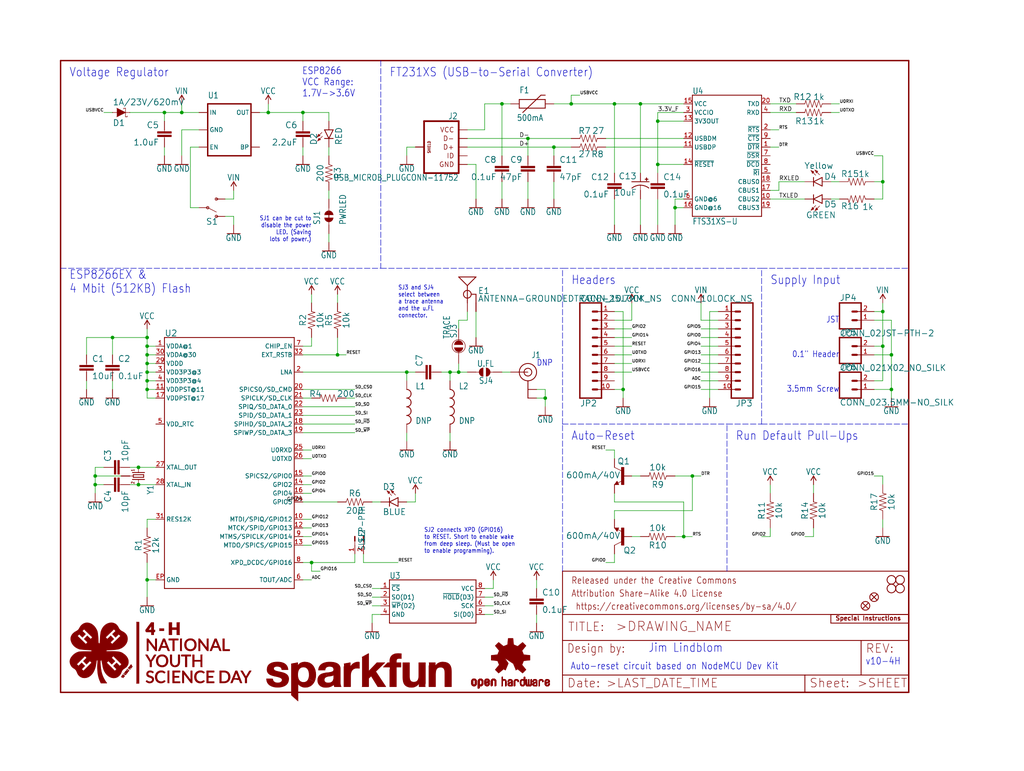
<source format=kicad_sch>
(kicad_sch (version 20211123) (generator eeschema)
  (paper "User" 300.558 226.263)
  (lib_symbols
    (symbol "eagleSchem-eagle-import:0.1UF-0603-25V-(+80{slash}-20%)"
      (property "Reference" "C" (at 1.524 2.921 0))
      (property "Value" "0.1UF-0603-25V-(+80{slash}-20%)" (at 1.524 -2.159 0))
      (symbol "0.1UF-0603-25V-(+80{slash}-20%)_1_0"
        (pin passive line (at 0 5.08 270) (length 2.54) (name "1") (number "1"))
        (pin passive line (at 0 -2.54 90) (length 2.54) (name "2") (number "2"))
      )
    )
    (symbol "eagleSchem-eagle-import:1.0UF-0805-25V-(+80{slash}-20%)"
      (property "Reference" "C" (at 1.524 2.921 0))
      (property "Value" "1.0UF-0805-25V-(+80{slash}-20%)" (at 1.524 -2.159 0))
      (symbol "1.0UF-0805-25V-(+80{slash}-20%)_1_0"
        (pin passive line (at 0 5.08 270) (length 2.54) (name "1") (number "1"))
        (pin passive line (at 0 -2.54 90) (length 2.54) (name "2") (number "2"))
      )
    )
    (symbol "eagleSchem-eagle-import:10KOHM-0603-1{slash}10W-1%"
      (property "Reference" "R" (at 0 1.524 0))
      (property "Value" "10KOHM-0603-1{slash}10W-1%" (at 0 -1.524 0))
      (symbol "10KOHM-0603-1{slash}10W-1%_1_0"
        (pin passive line (at -5.08 0 0) (length 2.54) (name "1") (number "1"))
        (pin passive line (at 5.08 0 180) (length 2.54) (name "2") (number "2"))
      )
    )
    (symbol "eagleSchem-eagle-import:10PF-0603-50V-5%"
      (property "Reference" "C" (at 1.524 2.921 0))
      (property "Value" "10PF-0603-50V-5%" (at 1.524 -2.159 0))
      (symbol "10PF-0603-50V-5%_1_0"
        (pin passive line (at 0 5.08 270) (length 2.54) (name "1") (number "1"))
        (pin passive line (at 0 -2.54 90) (length 2.54) (name "2") (number "2"))
      )
    )
    (symbol "eagleSchem-eagle-import:10UF-0603-6.3V-20%"
      (property "Reference" "C" (at 1.524 2.921 0))
      (property "Value" "10UF-0603-6.3V-20%" (at 1.524 -2.159 0))
      (symbol "10UF-0603-6.3V-20%_1_0"
        (pin passive line (at 0 5.08 270) (length 2.54) (name "1") (number "1"))
        (pin passive line (at 0 -2.54 90) (length 2.54) (name "2") (number "2"))
      )
    )
    (symbol "eagleSchem-eagle-import:10UF-POLAR-EIA3216-16V-10%(TANT)"
      (property "Reference" "C" (at 1.016 0.635 0))
      (property "Value" "10UF-POLAR-EIA3216-16V-10%(TANT)" (at 1.016 -4.191 0))
      (symbol "10UF-POLAR-EIA3216-16V-10%(TANT)_1_0"
        (pin passive line (at 0 2.54 270) (length 2.54) (name "+") (number "+"))
        (pin passive line (at 0 -5.08 90) (length 2.54) (name "-") (number "-"))
      )
    )
    (symbol "eagleSchem-eagle-import:12KOHM-0603-1{slash}10W-1%"
      (property "Reference" "R" (at 0 1.524 0))
      (property "Value" "12KOHM-0603-1{slash}10W-1%" (at 0 -1.524 0))
      (symbol "12KOHM-0603-1{slash}10W-1%_1_0"
        (pin passive line (at -5.08 0 0) (length 2.54) (name "1") (number "1"))
        (pin passive line (at 5.08 0 180) (length 2.54) (name "2") (number "2"))
      )
    )
    (symbol "eagleSchem-eagle-import:1KOHM-0603-1{slash}10W-1%"
      (property "Reference" "R" (at 0 1.524 0))
      (property "Value" "1KOHM-0603-1{slash}10W-1%" (at 0 -1.524 0))
      (symbol "1KOHM-0603-1{slash}10W-1%_1_0"
        (pin passive line (at -5.08 0 0) (length 2.54) (name "1") (number "1"))
        (pin passive line (at 5.08 0 180) (length 2.54) (name "2") (number "2"))
      )
    )
    (symbol "eagleSchem-eagle-import:2.2UF-0603-10V-20%"
      (property "Reference" "C" (at 1.524 2.921 0))
      (property "Value" "2.2UF-0603-10V-20%" (at 1.524 -2.159 0))
      (symbol "2.2UF-0603-10V-20%_1_0"
        (pin passive line (at 0 5.08 270) (length 2.54) (name "1") (number "1"))
        (pin passive line (at 0 -2.54 90) (length 2.54) (name "2") (number "2"))
      )
    )
    (symbol "eagleSchem-eagle-import:200OHM-0603-1{slash}10W-1%"
      (property "Reference" "R" (at 0 1.524 0))
      (property "Value" "200OHM-0603-1{slash}10W-1%" (at 0 -1.524 0))
      (symbol "200OHM-0603-1{slash}10W-1%_1_0"
        (pin passive line (at -5.08 0 0) (length 2.54) (name "1") (number "1"))
        (pin passive line (at 5.08 0 180) (length 2.54) (name "2") (number "2"))
      )
    )
    (symbol "eagleSchem-eagle-import:27OHM-0603-1{slash}10W-1%"
      (property "Reference" "R" (at 0 1.524 0))
      (property "Value" "27OHM-0603-1{slash}10W-1%" (at 0 -1.524 0))
      (symbol "27OHM-0603-1{slash}10W-1%_1_0"
        (pin passive line (at -5.08 0 0) (length 2.54) (name "1") (number "1"))
        (pin passive line (at 5.08 0 180) (length 2.54) (name "2") (number "2"))
      )
    )
    (symbol "eagleSchem-eagle-import:47PF-0603-50V-5%"
      (property "Reference" "C" (at 1.524 2.921 0))
      (property "Value" "47PF-0603-50V-5%" (at 1.524 -2.159 0))
      (symbol "47PF-0603-50V-5%_1_0"
        (pin passive line (at 0 5.08 270) (length 2.54) (name "1") (number "1"))
        (pin passive line (at 0 -2.54 90) (length 2.54) (name "2") (number "2"))
      )
    )
    (symbol "eagleSchem-eagle-import:4H-NYSD-LOGO-1.35IN")
    (symbol "eagleSchem-eagle-import:5.6PF-0603-50V-5%"
      (property "Reference" "C" (at 1.524 2.921 0))
      (property "Value" "5.6PF-0603-50V-5%" (at 1.524 -2.159 0))
      (symbol "5.6PF-0603-50V-5%_1_0"
        (pin passive line (at 0 5.08 270) (length 2.54) (name "1") (number "1"))
        (pin passive line (at 0 -2.54 90) (length 2.54) (name "2") (number "2"))
      )
    )
    (symbol "eagleSchem-eagle-import:ANTENNA-GROUNDEDTRACE-25.7MM"
      (property "Reference" "E" (at 3.048 -5.08 0))
      (property "Value" "ANTENNA-GROUNDEDTRACE-25.7MM" (at 3.048 -7.366 0))
      (symbol "ANTENNA-GROUNDEDTRACE-25.7MM_1_0"
        (pin bidirectional line (at 0 -10.16 90) (length 2.54) (name "SIGNAL") (number "ANT"))
        (pin bidirectional line (at 2.54 -10.16 90) (length 2.54) (name "GND") (number "GND"))
        (pin bidirectional line (at 2.54 -10.16 90) (length 2.54) (name "GND") (number "GND2"))
      )
    )
    (symbol "eagleSchem-eagle-import:AT25SF041-SOIC8"
      (property "Reference" "U" (at -12.7 5.334 0))
      (property "Value" "AT25SF041-SOIC8" (at -12.7 -7.874 0))
      (symbol "AT25SF041-SOIC8_1_0"
        (pin bidirectional line (at -15.24 2.54 0) (length 2.54) (name "~{CS}") (number "1"))
        (pin bidirectional line (at -15.24 0 0) (length 2.54) (name "SO(D1)") (number "2"))
        (pin bidirectional line (at -15.24 -2.54 0) (length 2.54) (name "~{WP}(D2)") (number "3"))
        (pin bidirectional line (at -15.24 -5.08 0) (length 2.54) (name "GND") (number "4"))
        (pin bidirectional line (at 15.24 -5.08 180) (length 2.54) (name "SI(D0)") (number "5"))
        (pin bidirectional line (at 15.24 -2.54 180) (length 2.54) (name "SCK") (number "6"))
        (pin bidirectional line (at 15.24 0 180) (length 2.54) (name "~{HOLD}(D3)") (number "7"))
        (pin bidirectional line (at 15.24 2.54 180) (length 2.54) (name "VCC") (number "8"))
      )
    )
    (symbol "eagleSchem-eagle-import:CONN_021X02_NO_SILK"
      (property "Reference" "J" (at -2.54 5.588 0))
      (property "Value" "CONN_021X02_NO_SILK" (at -2.54 -4.826 0))
      (symbol "CONN_021X02_NO_SILK_1_0"
        (pin passive line (at 7.62 0 180) (length 5.08) (name "1") (number "1"))
        (pin passive line (at 7.62 2.54 180) (length 5.08) (name "2") (number "2"))
      )
    )
    (symbol "eagleSchem-eagle-import:CONN_023.5MM-NO_SILK"
      (property "Reference" "J" (at -2.54 5.588 0))
      (property "Value" "CONN_023.5MM-NO_SILK" (at -2.54 -4.826 0))
      (symbol "CONN_023.5MM-NO_SILK_1_0"
        (pin passive line (at 7.62 0 180) (length 5.08) (name "1") (number "1"))
        (pin passive line (at 7.62 2.54 180) (length 5.08) (name "2") (number "2"))
      )
    )
    (symbol "eagleSchem-eagle-import:CONN_02JST-PTH-2"
      (property "Reference" "J" (at -2.54 5.588 0))
      (property "Value" "CONN_02JST-PTH-2" (at -2.54 -4.826 0))
      (symbol "CONN_02JST-PTH-2_1_0"
        (pin passive line (at 7.62 0 180) (length 5.08) (name "1") (number "1"))
        (pin passive line (at 7.62 2.54 180) (length 5.08) (name "2") (number "2"))
      )
    )
    (symbol "eagleSchem-eagle-import:CONN_10LOCK_NS"
      (property "Reference" "J" (at 0 8.128 0))
      (property "Value" "CONN_10LOCK_NS" (at 0 -22.606 0))
      (symbol "CONN_10LOCK_NS_1_0"
        (pin passive line (at 10.16 -17.78 180) (length 5.08) (name "1") (number "1"))
        (pin passive line (at 10.16 5.08 180) (length 5.08) (name "10") (number "10"))
        (pin passive line (at 10.16 -15.24 180) (length 5.08) (name "2") (number "2"))
        (pin passive line (at 10.16 -12.7 180) (length 5.08) (name "3") (number "3"))
        (pin passive line (at 10.16 -10.16 180) (length 5.08) (name "4") (number "4"))
        (pin passive line (at 10.16 -7.62 180) (length 5.08) (name "5") (number "5"))
        (pin passive line (at 10.16 -5.08 180) (length 5.08) (name "6") (number "6"))
        (pin passive line (at 10.16 -2.54 180) (length 5.08) (name "7") (number "7"))
        (pin passive line (at 10.16 0 180) (length 5.08) (name "8") (number "8"))
        (pin passive line (at 10.16 2.54 180) (length 5.08) (name "9") (number "9"))
      )
    )
    (symbol "eagleSchem-eagle-import:CRYSTAL-GROUNDED3.2X2.5"
      (property "Reference" "Y" (at 2.54 2.54 0))
      (property "Value" "CRYSTAL-GROUNDED3.2X2.5" (at 2.54 -2.54 0))
      (symbol "CRYSTAL-GROUNDED3.2X2.5_1_0"
        (text "1" (at -2.159 -1.143 0) (effects (font (size 0.8636 0.734)) (justify left bottom)))
        (text "2" (at 1.524 -1.143 0) (effects (font (size 0.8636 0.734)) (justify left bottom)))
        (pin passive line (at -2.54 0 0) (length 0) (name "1") (number "1"))
        (pin passive line (at 0 -5.08 90) (length 2.54) (name "GND") (number "2"))
        (pin passive line (at 2.54 0 180) (length 0) (name "2") (number "3"))
        (pin passive line (at 0 -5.08 90) (length 2.54) (name "GND") (number "4"))
      )
    )
    (symbol "eagleSchem-eagle-import:DIODE-SCHOTTKY-BAT20J"
      (property "Reference" "D" (at -2.54 2.032 0))
      (property "Value" "DIODE-SCHOTTKY-BAT20J" (at -2.54 -2.032 0))
      (symbol "DIODE-SCHOTTKY-BAT20J_1_0"
        (pin passive line (at -2.54 0 0) (length 0) (name "A") (number "A"))
        (pin passive line (at 2.54 0 180) (length 0) (name "C") (number "C"))
      )
    )
    (symbol "eagleSchem-eagle-import:ESP8266"
      (property "Reference" "U" (at -20.32 38.354 0))
      (property "Value" "ESP8266" (at -20.32 -35.814 0))
      (symbol "ESP8266_1_0"
        (pin bidirectional line (at -22.86 35.56 0) (length 2.54) (name "VDDA@1") (number "1"))
        (pin bidirectional line (at 20.32 -15.24 180) (length 2.54) (name "MTDI/SPIQ/GPIO12") (number "10"))
        (pin bidirectional line (at -22.86 22.86 0) (length 2.54) (name "VDDPST@11") (number "11"))
        (pin bidirectional line (at 20.32 -17.78 180) (length 2.54) (name "MTCK/SPID/GPIO13") (number "12"))
        (pin bidirectional line (at 20.32 -22.86 180) (length 2.54) (name "MTDO/SPICS/GPIO15") (number "13"))
        (pin bidirectional line (at 20.32 -5.08 180) (length 2.54) (name "GPIO2") (number "14"))
        (pin bidirectional line (at 20.32 -2.54 180) (length 2.54) (name "SPICS2/GPIO0") (number "15"))
        (pin bidirectional line (at 20.32 -7.62 180) (length 2.54) (name "GPIO4") (number "16"))
        (pin bidirectional line (at -22.86 20.32 0) (length 2.54) (name "VDDPST@17") (number "17"))
        (pin bidirectional line (at 20.32 12.7 180) (length 2.54) (name "SPIHD/SD_DATA_2") (number "18"))
        (pin bidirectional line (at 20.32 10.16 180) (length 2.54) (name "SPIWP/SD_DATA_3") (number "19"))
        (pin bidirectional line (at 20.32 27.94 180) (length 2.54) (name "LNA") (number "2"))
        (pin bidirectional line (at 20.32 22.86 180) (length 2.54) (name "SPICS0/SD_CMD") (number "20"))
        (pin bidirectional line (at 20.32 20.32 180) (length 2.54) (name "SPICLK/SD_CLK") (number "21"))
        (pin bidirectional line (at 20.32 17.78 180) (length 2.54) (name "SPIQ/SD_DATA_0") (number "22"))
        (pin bidirectional line (at 20.32 15.24 180) (length 2.54) (name "SPID/SD_DATA_1") (number "23"))
        (pin bidirectional line (at 20.32 -10.16 180) (length 2.54) (name "GPIO5") (number "24"))
        (pin bidirectional line (at 20.32 5.08 180) (length 2.54) (name "U0RXD") (number "25"))
        (pin bidirectional line (at 20.32 2.54 180) (length 2.54) (name "U0TXD") (number "26"))
        (pin bidirectional line (at -22.86 0 0) (length 2.54) (name "XTAL_OUT") (number "27"))
        (pin bidirectional line (at -22.86 -5.08 0) (length 2.54) (name "XTAL_IN") (number "28"))
        (pin bidirectional line (at -22.86 30.48 0) (length 2.54) (name "VDDD") (number "29"))
        (pin bidirectional line (at -22.86 27.94 0) (length 2.54) (name "VDD3P3@3") (number "3"))
        (pin bidirectional line (at -22.86 33.02 0) (length 2.54) (name "VDDA@30") (number "30"))
        (pin bidirectional line (at -22.86 -15.24 0) (length 2.54) (name "RES12K") (number "31"))
        (pin bidirectional line (at 20.32 33.02 180) (length 2.54) (name "EXT_RSTB") (number "32"))
        (pin bidirectional line (at -22.86 25.4 0) (length 2.54) (name "VDD3P3@4") (number "4"))
        (pin bidirectional line (at -22.86 12.7 0) (length 2.54) (name "VDD_RTC") (number "5"))
        (pin bidirectional line (at 20.32 -33.02 180) (length 2.54) (name "TOUT/ADC") (number "6"))
        (pin bidirectional line (at 20.32 35.56 180) (length 2.54) (name "CHIP_EN") (number "7"))
        (pin bidirectional line (at 20.32 -27.94 180) (length 2.54) (name "XPD_DCDC/GPIO16") (number "8"))
        (pin bidirectional line (at 20.32 -20.32 180) (length 2.54) (name "MTMS/SPICLK/GPIO14") (number "9"))
        (pin bidirectional line (at -22.86 -33.02 0) (length 2.54) (name "GND") (number "EP"))
      )
    )
    (symbol "eagleSchem-eagle-import:FIDUCIAL1X2")
    (symbol "eagleSchem-eagle-import:FRAME-LETTER"
      (symbol "FRAME-LETTER_2_0"
        (text " https://creativecommons.org/licenses/by-sa/4.0/" (at 2.54 24.13 0) (effects (font (size 1.9304 1.6408)) (justify left bottom)))
        (text ">DRAWING_NAME" (at 15.494 17.78 0) (effects (font (size 2.7432 2.7432)) (justify left bottom)))
        (text ">LAST_DATE_TIME" (at 12.7 1.27 0) (effects (font (size 2.54 2.54)) (justify left bottom)))
        (text ">SHEET" (at 86.36 1.27 0) (effects (font (size 2.54 2.54)) (justify left bottom)))
        (text "Attribution Share-Alike 4.0 License" (at 2.54 27.94 0) (effects (font (size 1.9304 1.6408)) (justify left bottom)))
        (text "Date:" (at 1.27 1.27 0) (effects (font (size 2.54 2.54)) (justify left bottom)))
        (text "Design by:" (at 1.27 11.43 0) (effects (font (size 2.54 2.159)) (justify left bottom)))
        (text "Released under the Creative Commons" (at 2.54 31.75 0) (effects (font (size 1.9304 1.6408)) (justify left bottom)))
        (text "REV:" (at 88.9 11.43 0) (effects (font (size 2.54 2.54)) (justify left bottom)))
        (text "Sheet:" (at 72.39 1.27 0) (effects (font (size 2.54 2.54)) (justify left bottom)))
        (text "TITLE:" (at 1.524 17.78 0) (effects (font (size 2.54 2.54)) (justify left bottom)))
      )
    )
    (symbol "eagleSchem-eagle-import:FT231XS"
      (property "Reference" "U" (at -10.16 18.034 0))
      (property "Value" "FT231XS" (at -10.16 -18.288 0))
      (symbol "FT231XS_1_0"
        (pin bidirectional line (at 12.7 2.54 180) (length 2.54) (name "~{DTR}") (number "1"))
        (pin bidirectional line (at 12.7 -12.7 180) (length 2.54) (name "CBUS2") (number "10"))
        (pin bidirectional line (at -12.7 2.54 0) (length 2.54) (name "USBDP") (number "11"))
        (pin bidirectional line (at -12.7 5.08 0) (length 2.54) (name "USBDM") (number "12"))
        (pin bidirectional line (at -12.7 10.16 0) (length 2.54) (name "3V3OUT") (number "13"))
        (pin bidirectional line (at -12.7 -2.54 0) (length 2.54) (name "~{RESET}") (number "14"))
        (pin bidirectional line (at -12.7 15.24 0) (length 2.54) (name "VCC") (number "15"))
        (pin bidirectional line (at -12.7 -15.24 0) (length 2.54) (name "GND@16") (number "16"))
        (pin bidirectional line (at 12.7 -10.16 180) (length 2.54) (name "CBUS1") (number "17"))
        (pin bidirectional line (at 12.7 -7.62 180) (length 2.54) (name "CBUS0") (number "18"))
        (pin bidirectional line (at 12.7 -15.24 180) (length 2.54) (name "CBUS3") (number "19"))
        (pin bidirectional line (at 12.7 7.62 180) (length 2.54) (name "~{RTS}") (number "2"))
        (pin bidirectional line (at 12.7 15.24 180) (length 2.54) (name "TXD") (number "20"))
        (pin bidirectional line (at -12.7 12.7 0) (length 2.54) (name "VCCIO") (number "3"))
        (pin bidirectional line (at 12.7 12.7 180) (length 2.54) (name "RXD") (number "4"))
        (pin bidirectional line (at 12.7 -5.08 180) (length 2.54) (name "~{RI}") (number "5"))
        (pin bidirectional line (at -12.7 -12.7 0) (length 2.54) (name "GND@6") (number "6"))
        (pin bidirectional line (at 12.7 0 180) (length 2.54) (name "~{DSR}") (number "7"))
        (pin bidirectional line (at 12.7 -2.54 180) (length 2.54) (name "~{DCD}") (number "8"))
        (pin bidirectional line (at 12.7 5.08 180) (length 2.54) (name "~{CTS}") (number "9"))
      )
    )
    (symbol "eagleSchem-eagle-import:GND" (power)
      (property "Value" "GND" (at 0 -0.254 0))
      (symbol "GND_1_0"
        (pin power_in line (at 0 2.54 270) (length 2.54) (name "GND") (number "1"))
      )
    )
    (symbol "eagleSchem-eagle-import:INDUCTOR0603"
      (property "Reference" "L" (at 2.54 5.08 0))
      (property "Value" "INDUCTOR0603" (at 2.54 -5.08 0))
      (symbol "INDUCTOR0603_1_0"
        (pin passive line (at 0 7.62 270) (length 2.54) (name "1") (number "1"))
        (pin passive line (at 0 -7.62 90) (length 2.54) (name "2") (number "2"))
      )
    )
    (symbol "eagleSchem-eagle-import:JUMPER-PAD-2-NC_BY_PASTENO-SILK"
      (property "Reference" "SJ" (at -2.54 2.54 0))
      (property "Value" "JUMPER-PAD-2-NC_BY_PASTENO-SILK" (at -2.54 -5.08 0))
      (symbol "JUMPER-PAD-2-NC_BY_PASTENO-SILK_1_0"
        (pin passive line (at -5.08 0 0) (length 2.54) (name "1") (number "1"))
        (pin passive line (at 5.08 0 180) (length 2.54) (name "2") (number "2"))
      )
    )
    (symbol "eagleSchem-eagle-import:JUMPER-PAD-2-NC_BY_TRACE"
      (property "Reference" "SJ" (at -2.54 2.54 0))
      (property "Value" "JUMPER-PAD-2-NC_BY_TRACE" (at -2.54 -5.08 0))
      (symbol "JUMPER-PAD-2-NC_BY_TRACE_1_0"
        (pin passive line (at -5.08 0 0) (length 2.54) (name "1") (number "1"))
        (pin passive line (at 5.08 0 180) (length 2.54) (name "2") (number "2"))
      )
    )
    (symbol "eagleSchem-eagle-import:JUMPER-PAD-2-NO"
      (property "Reference" "SJ" (at -2.54 2.54 0))
      (property "Value" "JUMPER-PAD-2-NO" (at -2.54 -5.08 0))
      (symbol "JUMPER-PAD-2-NO_1_0"
        (pin passive line (at -5.08 0 0) (length 2.54) (name "1") (number "1"))
        (pin passive line (at 5.08 0 180) (length 2.54) (name "2") (number "2"))
      )
    )
    (symbol "eagleSchem-eagle-import:JUMPER-PTH-2-NO"
      (property "Reference" "SJ" (at -1.27 0 90))
      (property "Value" "JUMPER-PTH-2-NO" (at 5.715 0 90))
      (symbol "JUMPER-PTH-2-NO_1_0"
        (pin passive line (at 0 -2.54 90) (length 2.54) (name "1") (number "1"))
        (pin passive line (at 2.54 -2.54 90) (length 2.54) (name "2") (number "2"))
      )
    )
    (symbol "eagleSchem-eagle-import:LED-BLUE0603"
      (property "Reference" "D" (at -3.429 -4.572 90))
      (property "Value" "LED-BLUE0603" (at 1.905 -4.572 90))
      (symbol "LED-BLUE0603_1_0"
        (pin passive line (at 0 2.54 270) (length 2.54) (name "A") (number "A"))
        (pin passive line (at 0 -5.08 90) (length 2.54) (name "C") (number "C"))
      )
    )
    (symbol "eagleSchem-eagle-import:LED-GREEN0603"
      (property "Reference" "D" (at -3.429 -4.572 90))
      (property "Value" "LED-GREEN0603" (at 1.905 -4.572 90))
      (symbol "LED-GREEN0603_1_0"
        (pin passive line (at 0 2.54 270) (length 2.54) (name "A") (number "A"))
        (pin passive line (at 0 -5.08 90) (length 2.54) (name "C") (number "C"))
      )
    )
    (symbol "eagleSchem-eagle-import:LED-RED0603"
      (property "Reference" "D" (at -3.429 -4.572 90))
      (property "Value" "LED-RED0603" (at 1.905 -4.572 90))
      (symbol "LED-RED0603_1_0"
        (pin passive line (at 0 2.54 270) (length 2.54) (name "A") (number "A"))
        (pin passive line (at 0 -5.08 90) (length 2.54) (name "C") (number "C"))
      )
    )
    (symbol "eagleSchem-eagle-import:LED-YELLOW0603"
      (property "Reference" "D" (at -3.429 -4.572 90))
      (property "Value" "LED-YELLOW0603" (at 1.905 -4.572 90))
      (symbol "LED-YELLOW0603_1_0"
        (pin passive line (at 0 2.54 270) (length 2.54) (name "A") (number "A"))
        (pin passive line (at 0 -5.08 90) (length 2.54) (name "C") (number "C"))
      )
    )
    (symbol "eagleSchem-eagle-import:OSHW-LOGOS")
    (symbol "eagleSchem-eagle-import:PTCSMD"
      (property "Reference" "F" (at -2.54 3.048 0))
      (property "Value" "PTCSMD" (at -3.302 -5.08 0))
      (symbol "PTCSMD_1_0"
        (pin bidirectional line (at -5.08 0 0) (length 2.54) (name "1") (number "1"))
        (pin bidirectional line (at 7.62 0 180) (length 2.54) (name "2") (number "2"))
      )
    )
    (symbol "eagleSchem-eagle-import:SFE_LOGO_NAME.2_INCH")
    (symbol "eagleSchem-eagle-import:SPECIAL_INSTRUCTIONS-ORDERING"
      (symbol "SPECIAL_INSTRUCTIONS-ORDERING_1_0"
        (text "Special Instructions" (at 1.27 0.6985 0) (effects (font (size 1.27 1.27) (thickness 0.254) bold) (justify left bottom)))
      )
    )
    (symbol "eagleSchem-eagle-import:STAND-OFF")
    (symbol "eagleSchem-eagle-import:SWITCH-SPDT-SMD-RIGHT-ANGLE"
      (property "Reference" "S" (at 1.27 3.048 0))
      (property "Value" "SWITCH-SPDT-SMD-RIGHT-ANGLE" (at 1.016 -3.302 0))
      (symbol "SWITCH-SPDT-SMD-RIGHT-ANGLE_1_0"
        (pin passive line (at 5.08 2.54 180) (length 2.54) (name "O") (number "1"))
        (pin passive line (at -2.54 0 0) (length 2.54) (name "P") (number "2"))
        (pin passive line (at 5.08 -2.54 180) (length 2.54) (name "S") (number "3"))
      )
    )
    (symbol "eagleSchem-eagle-import:TRANS_NPN-MMBT2222AL"
      (property "Reference" "Q" (at 2.54 0 0))
      (property "Value" "TRANS_NPN-MMBT2222AL" (at 2.54 -2.286 0))
      (symbol "TRANS_NPN-MMBT2222AL_1_0"
        (pin passive line (at -2.54 0 0) (length 2.54) (name "B") (number "1"))
        (pin passive line (at 2.54 -5.08 90) (length 2.54) (name "E") (number "2"))
        (pin passive line (at 2.54 5.08 270) (length 2.54) (name "C") (number "3"))
      )
    )
    (symbol "eagleSchem-eagle-import:U.FL"
      (property "Reference" "J" (at -3.81 4.064 0))
      (symbol "U.FL_1_0"
        (pin bidirectional line (at -2.54 -5.08 0) (length 2.54) (name "GND@0") (number "P$1"))
        (pin bidirectional line (at -2.54 -7.62 0) (length 2.54) (name "GND@1") (number "P$2"))
        (pin bidirectional line (at 5.08 0 180) (length 5.08) (name "SIGNAL") (number "P$3"))
      )
    )
    (symbol "eagleSchem-eagle-import:USB_MICROB_PLUGCONN-11752"
      (property "Reference" "J" (at -4.826 8.128 0))
      (property "Value" "USB_MICROB_PLUGCONN-11752" (at -5.08 -9.906 0))
      (symbol "USB_MICROB_PLUGCONN-11752_1_0"
        (text "D+" (at -3.81 0 0) (effects (font (size 1.4224 1.4224)) (justify left)))
        (text "D-" (at -3.81 2.54 0) (effects (font (size 1.4224 1.4224)) (justify left)))
        (text "GND" (at -3.81 -5.08 0) (effects (font (size 1.4224 1.4224)) (justify left)))
        (text "ID" (at -3.81 -2.54 0) (effects (font (size 1.4224 1.4224)) (justify left)))
        (text "SHIELD" (at 4.064 0 900) (effects (font (size 0.8128 0.6908)) (justify bottom)))
        (text "VCC" (at -3.81 5.08 0) (effects (font (size 1.4224 1.4224)) (justify left)))
        (pin bidirectional line (at -7.62 0 0) (length 2.54) (name "D+") (number "D+"))
        (pin bidirectional line (at -7.62 2.54 0) (length 2.54) (name "D-") (number "D-"))
        (pin bidirectional line (at -7.62 -5.08 0) (length 2.54) (name "GND") (number "GND"))
        (pin bidirectional line (at -7.62 -2.54 0) (length 2.54) (name "ID") (number "ID"))
        (pin bidirectional line (at 7.62 0 180) (length 2.54) (name "SHIELD") (number "SHIELD1"))
        (pin bidirectional line (at 7.62 0 180) (length 2.54) (name "SHIELD") (number "SHIELD2"))
        (pin bidirectional line (at 7.62 0 180) (length 2.54) (name "SHIELD") (number "SHIELD3"))
        (pin bidirectional line (at -7.62 5.08 0) (length 2.54) (name "VCC") (number "VBUS"))
      )
    )
    (symbol "eagleSchem-eagle-import:VCC" (power)
      (property "Value" "VCC" (at 0 2.794 0))
      (symbol "VCC_1_0"
        (pin power_in line (at 0 0 90) (length 2.54) (name "VCC") (number "1"))
      )
    )
    (symbol "eagleSchem-eagle-import:VIN" (power)
      (property "Value" "VIN" (at 0 2.794 0))
      (symbol "VIN_1_0"
        (pin power_in line (at 0 0 90) (length 2.54) (name "VIN") (number "1"))
      )
    )
    (symbol "eagleSchem-eagle-import:V_REG_LDOSMD"
      (property "Reference" "U" (at -7.62 9.144 0))
      (property "Value" "V_REG_LDOSMD" (at -7.62 -11.43 0))
      (symbol "V_REG_LDOSMD_1_0"
        (pin input line (at -10.16 5.08 0) (length 2.54) (name "IN") (number "1"))
        (pin input line (at -10.16 0 0) (length 2.54) (name "GND") (number "2"))
        (pin input line (at -10.16 -5.08 0) (length 2.54) (name "EN") (number "3"))
        (pin input line (at 7.62 -5.08 180) (length 2.54) (name "BP") (number "4"))
        (pin passive line (at 7.62 5.08 180) (length 2.54) (name "OUT") (number "5"))
      )
    )
  )
  (junction (at 261.62 114.3))
  (junction (at 259.08 101.6))
  (junction (at 259.08 53.34))
  (junction (at 43.18 101.6))
  (junction (at 53.34 33.02))
  (junction (at 43.18 170.18))
  (junction (at 154.94 40.64))
  (junction (at 43.18 114.3))
  (junction (at 187.96 30.48))
  (junction (at 88.9 33.02))
  (junction (at 27.94 139.7))
  (junction (at 200.66 157.48))
  (junction (at 78.74 33.02))
  (junction (at 132.08 109.22))
  (junction (at 43.18 104.14))
  (junction (at 198.12 60.96))
  (junction (at 91.44 165.1))
  (junction (at 147.32 30.48))
  (junction (at 261.62 104.14))
  (junction (at 182.88 114.3))
  (junction (at 119.38 109.22))
  (junction (at 203.2 139.7))
  (junction (at 43.18 106.68))
  (junction (at 43.18 99.06))
  (junction (at 193.04 48.26))
  (junction (at 193.04 35.56))
  (junction (at 43.18 109.22))
  (junction (at 167.64 30.48))
  (junction (at 99.06 104.14))
  (junction (at 160.02 116.84))
  (junction (at 40.64 137.16))
  (junction (at 162.56 43.18))
  (junction (at 27.94 142.24))
  (junction (at 48.26 33.02))
  (junction (at 180.34 30.48))
  (junction (at 40.64 142.24))
  (junction (at 134.62 109.22))
  (junction (at 43.18 111.76))
  (junction (at 33.02 99.06))
  (junction (at 259.08 91.44))
  (wire (pts (xy 45.72 101.6) (xy 43.18 101.6)))
  (wire (pts (xy 182.88 91.44) (xy 182.88 114.3)))
  (wire (pts (xy 27.94 139.7) (xy 27.94 142.24)))
  (wire (pts (xy 210.82 93.98) (xy 205.74 93.98)))
  (wire (pts (xy 261.62 93.98) (xy 261.62 104.14)))
  (wire (pts (xy 88.9 147.32) (xy 99.06 147.32)))
  (wire (pts (xy 119.38 109.22) (xy 119.38 111.76)))
  (wire (pts (xy 154.94 40.64) (xy 137.16 40.64)))
  (wire (pts (xy 111.76 180.34) (xy 109.22 180.34)))
  (wire (pts (xy 160.02 114.3) (xy 160.02 116.84)))
  (wire (pts (xy 193.04 48.26) (xy 193.04 35.56)))
  (wire (pts (xy 99.06 104.14) (xy 88.9 104.14)))
  (wire (pts (xy 147.32 109.22) (xy 149.86 109.22)))
  (wire (pts (xy 111.76 172.72) (xy 109.22 172.72)))
  (wire (pts (xy 208.28 91.44) (xy 208.28 116.84)))
  (polyline (pts (xy 213.36 167.64) (xy 213.36 124.46)))
  (wire (pts (xy 96.52 58.42) (xy 96.52 55.88)))
  (wire (pts (xy 43.18 116.84) (xy 43.18 114.3)))
  (polyline (pts (xy 223.52 124.46) (xy 266.7 124.46)))
  (wire (pts (xy 88.9 109.22) (xy 119.38 109.22)))
  (wire (pts (xy 180.34 66.04) (xy 180.34 58.42)))
  (wire (pts (xy 226.06 142.24) (xy 226.06 144.78)))
  (wire (pts (xy 193.04 48.26) (xy 200.66 48.26)))
  (wire (pts (xy 238.76 142.24) (xy 238.76 144.78)))
  (wire (pts (xy 91.44 101.6) (xy 91.44 99.06)))
  (wire (pts (xy 43.18 111.76) (xy 43.18 109.22)))
  (polyline (pts (xy 111.76 78.74) (xy 165.1 78.74)))
  (wire (pts (xy 187.96 66.04) (xy 187.96 58.42)))
  (wire (pts (xy 43.18 99.06) (xy 43.18 96.52)))
  (wire (pts (xy 180.34 132.08) (xy 177.8 132.08)))
  (wire (pts (xy 259.08 91.44) (xy 259.08 88.9)))
  (wire (pts (xy 259.08 154.94) (xy 259.08 152.4)))
  (wire (pts (xy 200.66 157.48) (xy 203.2 157.48)))
  (wire (pts (xy 193.04 50.8) (xy 193.04 48.26)))
  (wire (pts (xy 30.48 137.16) (xy 27.94 137.16)))
  (wire (pts (xy 45.72 116.84) (xy 43.18 116.84)))
  (wire (pts (xy 25.4 99.06) (xy 33.02 99.06)))
  (wire (pts (xy 68.58 66.04) (xy 68.58 63.5)))
  (wire (pts (xy 53.34 38.1) (xy 53.34 45.72)))
  (wire (pts (xy 180.34 165.1) (xy 177.8 165.1)))
  (wire (pts (xy 134.62 109.22) (xy 137.16 109.22)))
  (wire (pts (xy 58.42 43.18) (xy 55.88 43.18)))
  (wire (pts (xy 154.94 58.42) (xy 154.94 53.34)))
  (wire (pts (xy 180.34 104.14) (xy 185.42 104.14)))
  (wire (pts (xy 104.14 127) (xy 88.9 127)))
  (wire (pts (xy 104.14 121.92) (xy 88.9 121.92)))
  (wire (pts (xy 111.76 175.26) (xy 109.22 175.26)))
  (wire (pts (xy 91.44 86.36) (xy 91.44 88.9)))
  (wire (pts (xy 91.44 165.1) (xy 91.44 167.64)))
  (wire (pts (xy 160.02 116.84) (xy 157.48 116.84)))
  (wire (pts (xy 187.96 30.48) (xy 200.66 30.48)))
  (wire (pts (xy 205.74 93.98) (xy 205.74 88.9)))
  (wire (pts (xy 121.92 43.18) (xy 119.38 43.18)))
  (wire (pts (xy 35.56 139.7) (xy 27.94 139.7)))
  (wire (pts (xy 162.56 43.18) (xy 162.56 45.72)))
  (wire (pts (xy 203.2 139.7) (xy 205.74 139.7)))
  (wire (pts (xy 238.76 157.48) (xy 236.22 157.48)))
  (wire (pts (xy 119.38 43.18) (xy 119.38 45.72)))
  (wire (pts (xy 132.08 127) (xy 132.08 129.54)))
  (wire (pts (xy 243.84 30.48) (xy 246.38 30.48)))
  (wire (pts (xy 147.32 45.72) (xy 147.32 30.48)))
  (wire (pts (xy 193.04 33.02) (xy 200.66 33.02)))
  (wire (pts (xy 48.26 33.02) (xy 38.1 33.02)))
  (wire (pts (xy 198.12 60.96) (xy 198.12 66.04)))
  (wire (pts (xy 226.06 154.94) (xy 226.06 157.48)))
  (wire (pts (xy 198.12 139.7) (xy 203.2 139.7)))
  (wire (pts (xy 43.18 106.68) (xy 43.18 104.14)))
  (wire (pts (xy 167.64 40.64) (xy 154.94 40.64)))
  (wire (pts (xy 33.02 33.02) (xy 30.48 33.02)))
  (wire (pts (xy 180.34 99.06) (xy 185.42 99.06)))
  (wire (pts (xy 111.76 177.8) (xy 109.22 177.8)))
  (wire (pts (xy 129.54 109.22) (xy 132.08 109.22)))
  (wire (pts (xy 33.02 114.3) (xy 33.02 111.76)))
  (wire (pts (xy 180.34 162.56) (xy 180.34 165.1)))
  (wire (pts (xy 96.52 45.72) (xy 96.52 43.18)))
  (wire (pts (xy 200.66 147.32) (xy 180.34 147.32)))
  (wire (pts (xy 180.34 93.98) (xy 185.42 93.98)))
  (wire (pts (xy 160.02 119.38) (xy 160.02 116.84)))
  (polyline (pts (xy 213.36 124.46) (xy 223.52 124.46)))
  (wire (pts (xy 180.34 109.22) (xy 185.42 109.22)))
  (wire (pts (xy 147.32 30.48) (xy 149.86 30.48)))
  (wire (pts (xy 43.18 170.18) (xy 43.18 175.26)))
  (wire (pts (xy 259.08 139.7) (xy 256.54 139.7)))
  (wire (pts (xy 53.34 33.02) (xy 53.34 30.48)))
  (wire (pts (xy 43.18 104.14) (xy 43.18 101.6)))
  (wire (pts (xy 226.06 38.1) (xy 228.6 38.1)))
  (wire (pts (xy 180.34 149.86) (xy 203.2 149.86)))
  (wire (pts (xy 256.54 104.14) (xy 261.62 104.14)))
  (wire (pts (xy 88.9 45.72) (xy 88.9 43.18)))
  (wire (pts (xy 104.14 114.3) (xy 88.9 114.3)))
  (wire (pts (xy 104.14 165.1) (xy 91.44 165.1)))
  (wire (pts (xy 162.56 30.48) (xy 167.64 30.48)))
  (wire (pts (xy 45.72 106.68) (xy 43.18 106.68)))
  (wire (pts (xy 99.06 104.14) (xy 101.6 104.14)))
  (wire (pts (xy 144.78 172.72) (xy 144.78 170.18)))
  (wire (pts (xy 45.72 152.4) (xy 43.18 152.4)))
  (wire (pts (xy 259.08 58.42) (xy 256.54 58.42)))
  (wire (pts (xy 88.9 116.84) (xy 91.44 116.84)))
  (wire (pts (xy 88.9 33.02) (xy 96.52 33.02)))
  (wire (pts (xy 96.52 68.58) (xy 96.52 71.12)))
  (wire (pts (xy 132.08 109.22) (xy 132.08 111.76)))
  (wire (pts (xy 180.34 134.62) (xy 180.34 132.08)))
  (wire (pts (xy 66.04 63.5) (xy 68.58 63.5)))
  (wire (pts (xy 88.9 101.6) (xy 91.44 101.6)))
  (wire (pts (xy 185.42 93.98) (xy 185.42 88.9)))
  (wire (pts (xy 78.74 33.02) (xy 78.74 30.48)))
  (wire (pts (xy 256.54 93.98) (xy 261.62 93.98)))
  (wire (pts (xy 226.06 33.02) (xy 233.68 33.02)))
  (wire (pts (xy 88.9 142.24) (xy 91.44 142.24)))
  (wire (pts (xy 96.52 35.56) (xy 96.52 33.02)))
  (wire (pts (xy 187.96 139.7) (xy 185.42 139.7)))
  (wire (pts (xy 33.02 99.06) (xy 43.18 99.06)))
  (wire (pts (xy 45.72 114.3) (xy 43.18 114.3)))
  (wire (pts (xy 88.9 152.4) (xy 91.44 152.4)))
  (wire (pts (xy 180.34 147.32) (xy 180.34 144.78)))
  (wire (pts (xy 99.06 104.14) (xy 99.06 99.06)))
  (polyline (pts (xy 17.78 78.74) (xy 111.76 78.74)))
  (wire (pts (xy 43.18 114.3) (xy 43.18 111.76)))
  (wire (pts (xy 43.18 152.4) (xy 43.18 154.94)))
  (wire (pts (xy 180.34 96.52) (xy 185.42 96.52)))
  (polyline (pts (xy 111.76 17.78) (xy 111.76 78.74)))
  (wire (pts (xy 33.02 104.14) (xy 33.02 99.06)))
  (wire (pts (xy 139.7 48.26) (xy 139.7 58.42)))
  (wire (pts (xy 139.7 48.26) (xy 137.16 48.26)))
  (wire (pts (xy 40.64 142.24) (xy 45.72 142.24)))
  (wire (pts (xy 167.64 43.18) (xy 162.56 43.18)))
  (wire (pts (xy 119.38 109.22) (xy 121.92 109.22)))
  (wire (pts (xy 157.48 170.18) (xy 157.48 172.72)))
  (wire (pts (xy 210.82 99.06) (xy 205.74 99.06)))
  (wire (pts (xy 142.24 172.72) (xy 144.78 172.72)))
  (wire (pts (xy 76.2 33.02) (xy 78.74 33.02)))
  (wire (pts (xy 88.9 160.02) (xy 91.44 160.02)))
  (wire (pts (xy 200.66 157.48) (xy 200.66 147.32)))
  (wire (pts (xy 58.42 33.02) (xy 53.34 33.02)))
  (wire (pts (xy 55.88 43.18) (xy 55.88 60.96)))
  (wire (pts (xy 226.06 43.18) (xy 228.6 43.18)))
  (wire (pts (xy 147.32 58.42) (xy 147.32 53.34)))
  (wire (pts (xy 88.9 132.08) (xy 91.44 132.08)))
  (wire (pts (xy 259.08 53.34) (xy 259.08 45.72)))
  (wire (pts (xy 210.82 109.22) (xy 205.74 109.22)))
  (wire (pts (xy 182.88 116.84) (xy 182.88 114.3)))
  (wire (pts (xy 210.82 106.68) (xy 205.74 106.68)))
  (wire (pts (xy 193.04 35.56) (xy 200.66 35.56)))
  (wire (pts (xy 259.08 45.72) (xy 256.54 45.72)))
  (wire (pts (xy 200.66 40.64) (xy 177.8 40.64)))
  (wire (pts (xy 121.92 147.32) (xy 121.92 144.78)))
  (wire (pts (xy 162.56 58.42) (xy 162.56 53.34)))
  (wire (pts (xy 167.64 27.94) (xy 170.18 27.94)))
  (wire (pts (xy 238.76 154.94) (xy 238.76 157.48)))
  (polyline (pts (xy 165.1 124.46) (xy 165.1 78.74)))
  (wire (pts (xy 106.68 165.1) (xy 116.84 165.1)))
  (wire (pts (xy 43.18 109.22) (xy 43.18 106.68)))
  (wire (pts (xy 203.2 149.86) (xy 203.2 139.7)))
  (wire (pts (xy 246.38 53.34) (xy 243.84 53.34)))
  (wire (pts (xy 200.66 60.96) (xy 198.12 60.96)))
  (wire (pts (xy 88.9 154.94) (xy 91.44 154.94)))
  (wire (pts (xy 55.88 60.96) (xy 58.42 60.96)))
  (wire (pts (xy 180.34 30.48) (xy 187.96 30.48)))
  (wire (pts (xy 119.38 147.32) (xy 121.92 147.32)))
  (wire (pts (xy 91.44 165.1) (xy 88.9 165.1)))
  (wire (pts (xy 66.04 58.42) (xy 68.58 58.42)))
  (wire (pts (xy 142.24 38.1) (xy 142.24 30.48)))
  (wire (pts (xy 226.06 157.48) (xy 223.52 157.48)))
  (wire (pts (xy 40.64 137.16) (xy 45.72 137.16)))
  (wire (pts (xy 256.54 111.76) (xy 259.08 111.76)))
  (wire (pts (xy 180.34 106.68) (xy 185.42 106.68)))
  (wire (pts (xy 104.14 119.38) (xy 88.9 119.38)))
  (wire (pts (xy 25.4 104.14) (xy 25.4 99.06)))
  (wire (pts (xy 30.48 142.24) (xy 27.94 142.24)))
  (wire (pts (xy 256.54 91.44) (xy 259.08 91.44)))
  (polyline (pts (xy 223.52 78.74) (xy 266.7 78.74)))
  (wire (pts (xy 180.34 101.6) (xy 185.42 101.6)))
  (wire (pts (xy 137.16 93.98) (xy 137.16 91.44)))
  (wire (pts (xy 180.34 50.8) (xy 180.34 30.48)))
  (wire (pts (xy 104.14 124.46) (xy 88.9 124.46)))
  (wire (pts (xy 142.24 180.34) (xy 144.78 180.34)))
  (wire (pts (xy 106.68 162.56) (xy 106.68 165.1)))
  (wire (pts (xy 167.64 30.48) (xy 180.34 30.48)))
  (wire (pts (xy 58.42 38.1) (xy 53.34 38.1)))
  (wire (pts (xy 27.94 137.16) (xy 27.94 139.7)))
  (wire (pts (xy 210.82 96.52) (xy 205.74 96.52)))
  (wire (pts (xy 88.9 33.02) (xy 88.9 35.56)))
  (wire (pts (xy 45.72 104.14) (xy 43.18 104.14)))
  (wire (pts (xy 259.08 101.6) (xy 259.08 91.44)))
  (wire (pts (xy 261.62 104.14) (xy 261.62 114.3)))
  (wire (pts (xy 226.06 58.42) (xy 236.22 58.42)))
  (wire (pts (xy 88.9 157.48) (xy 91.44 157.48)))
  (wire (pts (xy 198.12 58.42) (xy 198.12 60.96)))
  (wire (pts (xy 43.18 101.6) (xy 43.18 99.06)))
  (wire (pts (xy 48.26 33.02) (xy 48.26 35.56)))
  (wire (pts (xy 38.1 137.16) (xy 40.64 137.16)))
  (wire (pts (xy 134.62 109.22) (xy 134.62 106.68)))
  (wire (pts (xy 91.44 167.64) (xy 93.98 167.64)))
  (wire (pts (xy 180.34 91.44) (xy 182.88 91.44)))
  (polyline (pts (xy 223.52 124.46) (xy 223.52 78.74)))
  (wire (pts (xy 43.18 170.18) (xy 43.18 165.1)))
  (wire (pts (xy 187.96 157.48) (xy 185.42 157.48)))
  (wire (pts (xy 119.38 129.54) (xy 119.38 127)))
  (polyline (pts (xy 165.1 124.46) (xy 213.36 124.46)))
  (wire (pts (xy 198.12 157.48) (xy 200.66 157.48)))
  (wire (pts (xy 99.06 86.36) (xy 99.06 88.9)))
  (wire (pts (xy 88.9 144.78) (xy 91.44 144.78)))
  (wire (pts (xy 200.66 43.18) (xy 177.8 43.18)))
  (wire (pts (xy 226.06 55.88) (xy 228.6 55.88)))
  (wire (pts (xy 193.04 66.04) (xy 193.04 58.42)))
  (wire (pts (xy 193.04 35.56) (xy 193.04 33.02)))
  (wire (pts (xy 180.34 114.3) (xy 182.88 114.3)))
  (wire (pts (xy 134.62 93.98) (xy 137.16 93.98)))
  (wire (pts (xy 53.34 33.02) (xy 48.26 33.02)))
  (wire (pts (xy 210.82 114.3) (xy 205.74 114.3)))
  (wire (pts (xy 109.22 180.34) (xy 109.22 182.88)))
  (wire (pts (xy 142.24 177.8) (xy 144.78 177.8)))
  (wire (pts (xy 167.64 30.48) (xy 167.64 27.94)))
  (wire (pts (xy 45.72 170.18) (xy 43.18 170.18)))
  (wire (pts (xy 134.62 96.52) (xy 134.62 93.98)))
  (wire (pts (xy 261.62 114.3) (xy 261.62 116.84)))
  (wire (pts (xy 259.08 111.76) (xy 259.08 101.6)))
  (wire (pts (xy 157.48 182.88) (xy 157.48 180.34)))
  (wire (pts (xy 210.82 111.76) (xy 205.74 111.76)))
  (wire (pts (xy 142.24 38.1) (xy 137.16 38.1)))
  (polyline (pts (xy 165.1 167.64) (xy 165.1 124.46)))
  (wire (pts (xy 200.66 58.42) (xy 198.12 58.42)))
  (wire (pts (xy 38.1 142.24) (xy 40.64 142.24)))
  (wire (pts (xy 228.6 53.34) (xy 236.22 53.34)))
  (wire (pts (xy 226.06 30.48) (xy 233.68 30.48)))
  (wire (pts (xy 180.34 152.4) (xy 180.34 149.86)))
  (wire (pts (xy 132.08 109.22) (xy 134.62 109.22)))
  (wire (pts (xy 25.4 114.3) (xy 25.4 111.76)))
  (wire (pts (xy 111.76 147.32) (xy 109.22 147.32)))
  (polyline (pts (xy 165.1 78.74) (xy 223.52 78.74)))
  (wire (pts (xy 78.74 33.02) (xy 88.9 33.02)))
  (wire (pts (xy 243.84 33.02) (xy 246.38 33.02)))
  (wire (pts (xy 104.14 162.56) (xy 104.14 165.1)))
  (wire (pts (xy 27.94 142.24) (xy 27.94 144.78)))
  (wire (pts (xy 157.48 114.3) (xy 160.02 114.3)))
  (wire (pts (xy 256.54 114.3) (xy 261.62 114.3)))
  (wire (pts (xy 259.08 53.34) (xy 259.08 58.42)))
  (wire (pts (xy 45.72 109.22) (xy 43.18 109.22)))
  (wire (pts (xy 256.54 53.34) (xy 259.08 53.34)))
  (wire (pts (xy 187.96 50.8) (xy 187.96 30.48)))
  (wire (pts (xy 48.26 43.18) (xy 48.26 45.72)))
  (wire (pts (xy 162.56 43.18) (xy 137.16 43.18)))
  (wire (pts (xy 154.94 40.64) (xy 154.94 45.72)))
  (wire (pts (xy 210.82 101.6) (xy 205.74 101.6)))
  (wire (pts (xy 139.7 91.44) (xy 139.7 99.06)))
  (wire (pts (xy 228.6 55.88) (xy 228.6 53.34)))
  (wire (pts (xy 101.6 116.84) (xy 104.14 116.84)))
  (wire (pts (xy 256.54 101.6) (xy 259.08 101.6)))
  (wire (pts (xy 68.58 58.42) (xy 68.58 55.88)))
  (wire (pts (xy 259.08 142.24) (xy 259.08 139.7)))
  (wire (pts (xy 246.38 58.42) (xy 243.84 58.42)))
  (wire (pts (xy 142.24 175.26) (xy 144.78 175.26)))
  (wire (pts (xy 45.72 111.76) (xy 43.18 111.76)))
  (wire (pts (xy 88.9 139.7) (xy 91.44 139.7)))
  (wire (pts (xy 210.82 91.44) (xy 208.28 91.44)))
  (wire (pts (xy 88.9 134.62) (xy 91.44 134.62)))
  (wire (pts (xy 88.9 170.18) (xy 91.44 170.18)))
  (wire (pts (xy 142.24 30.48) (xy 147.32 30.48)))
  (wire (pts (xy 210.82 104.14) (xy 205.74 104.14)))
  (text "DNP" (at 157.48 107.696 180) (effects (font (size 1.778 1.5113)) (justify left bottom)))
  (text "Jim Lindblom" (at 190.246 191.77 180) (effects (font (size 2.54 2.159)) (justify left bottom)))
  (text "v10-4H" (at 254 193.04 180) (effects (font (size 2.032 1.7272)) (justify left top)))
  (text "JST" (at 246.38 93.98 180) (effects (font (size 1.778 1.5113)) (justify right)))
  (text "SJ1 can be cut to\ndisable the power\nLED. (Saving\nlots of power.)" (at 91.44 63.5 0) (effects (font (size 1.27 1.0795)) (justify right top)))
  (text "Voltage Regulator" (at 20.32 22.86 180) (effects (font (size 2.54 2.159)) (justify left bottom)))
  (text "0.1\" Header" (at 246.38 104.14 180) (effects (font (size 1.778 1.5113)) (justify right)))
  (text "SJ2 connects XPD (GPIO16)\nto RESET. Short to enable wake\nfrom deep sleep. (Must be open\nto enable programming)." (at 124.46 154.94 0) (effects (font (size 1.27 1.0795)) (justify left top)))
  (text "ESP8266\nVCC Range:\n1.7V->3.6V" (at 88.646 28.702 180) (effects (font (size 2.032 1.7272)) (justify left bottom)))
  (text "Headers" (at 167.64 83.82 180) (effects (font (size 2.54 2.159)) (justify left bottom)))
  (text "SJ3 and SJ4\nselect between\na trace antenna\nand the u.FL\nconnector." (at 116.84 83.82 0) (effects (font (size 1.27 1.0795)) (justify left top)))
  (text "Auto-reset circuit based on NodeMCU Dev Kit" (at 167.386 196.85 180) (effects (font (size 2.032 1.7272)) (justify left bottom)))
  (text "ESP8266EX &\n4 Mbit (512KB) Flash" (at 20.32 86.36 180) (effects (font (size 2.54 2.159)) (justify left bottom)))
  (text "3.5mm Screw" (at 246.38 114.3 180) (effects (font (size 1.778 1.5113)) (justify right)))
  (text "Supply Input" (at 226.06 83.82 180) (effects (font (size 2.54 2.159)) (justify left bottom)))
  (text "Run Default Pull-Ups" (at 215.9 129.54 180) (effects (font (size 2.54 2.159)) (justify left bottom)))
  (text "FT231XS (USB-to-Serial Converter)" (at 114.3 22.86 180) (effects (font (size 2.54 2.159)) (justify left bottom)))
  (text "Auto-Reset" (at 167.64 129.54 180) (effects (font (size 2.54 2.159)) (justify left bottom)))
  (label "RXD" (at 228.6 33.02 0) (effects (font (size 1.2446 1.2446))))
  (label "GPIO14" (at 185.42 99.06 0) (effects (font (size 0.889 0.889))))
  (label "GPIO2" (at 185.42 96.52 0) (effects (font (size 0.889 0.889))))
  (label "GPIO0" (at 236.22 157.48 180) (effects (font (size 0.889 0.889))))
  (label "SD_~{WP}" (at 109.22 177.8 180) (effects (font (size 0.889 0.889))))
  (label "TXLED" (at 228.6 58.42 0) (effects (font (size 1.2446 1.2446))))
  (label "GPIO4" (at 205.74 101.6 180) (effects (font (size 0.889 0.889))))
  (label "USBVCC" (at 256.54 45.72 180) (effects (font (size 0.889 0.889))))
  (label "SD_CS0" (at 109.22 172.72 180) (effects (font (size 0.889 0.889))))
  (label "GPIO16" (at 205.74 109.22 180) (effects (font (size 0.889 0.889))))
  (label "GPIO4" (at 91.44 144.78 0) (effects (font (size 0.889 0.889))))
  (label "GPIO13" (at 205.74 104.14 180) (effects (font (size 0.889 0.889))))
  (label "DTR" (at 228.6 43.18 0) (effects (font (size 0.889 0.889))))
  (label "USBVCC" (at 170.18 27.94 0) (effects (font (size 0.889 0.889))))
  (label "SD_SI" (at 144.78 180.34 0) (effects (font (size 0.889 0.889))))
  (label "U0TXO" (at 246.38 33.02 0) (effects (font (size 0.889 0.889))))
  (label "SD_~{WP}" (at 104.14 127 0) (effects (font (size 0.889 0.889))))
  (label "SD_CLK" (at 104.14 116.84 0) (effects (font (size 0.889 0.889))))
  (label "USBVCC" (at 30.48 33.02 180) (effects (font (size 0.889 0.889))))
  (label "GPIO13" (at 91.44 154.94 0) (effects (font (size 0.889 0.889))))
  (label "RESET" (at 116.84 165.1 0) (effects (font (size 0.889 0.889))))
  (label "GPIO12" (at 205.74 106.68 180) (effects (font (size 0.889 0.889))))
  (label "U0RXI" (at 185.42 106.68 0) (effects (font (size 0.889 0.889))))
  (label "GPIO15" (at 256.54 139.7 180) (effects (font (size 0.889 0.889))))
  (label "3.3V_F" (at 193.04 33.02 0) (effects (font (size 1.2446 1.2446))))
  (label "GPIO12" (at 91.44 152.4 0) (effects (font (size 0.889 0.889))))
  (label "RTS" (at 203.2 157.48 0) (effects (font (size 0.889 0.889))))
  (label "SD_CLK" (at 144.78 177.8 0) (effects (font (size 0.889 0.889))))
  (label "RTS" (at 228.6 38.1 0) (effects (font (size 0.889 0.889))))
  (label "U0TXO" (at 185.42 104.14 0) (effects (font (size 0.889 0.889))))
  (label "ADC" (at 205.74 111.76 180) (effects (font (size 0.889 0.889))))
  (label "GPIO0" (at 91.44 139.7 0) (effects (font (size 0.889 0.889))))
  (label "U0RXI" (at 246.38 30.48 0) (effects (font (size 0.889 0.889))))
  (label "GPIO14" (at 91.44 157.48 0) (effects (font (size 0.889 0.889))))
  (label "USBVCC" (at 185.42 109.22 0) (effects (font (size 0.889 0.889))))
  (label "D-" (at 152.4 40.64 0) (effects (font (size 1.2446 1.2446))))
  (label "GPIO0" (at 205.74 99.06 180) (effects (font (size 0.889 0.889))))
  (label "GPIO2" (at 224.79 157.48 180) (effects (font (size 0.889 0.889))))
  (label "GPIO15" (at 91.44 160.02 0) (effects (font (size 0.889 0.889))))
  (label "D+" (at 152.4 43.18 0) (effects (font (size 1.2446 1.2446))))
  (label "U0RXI" (at 91.44 132.08 0) (effects (font (size 0.889 0.889))))
  (label "GPIO0" (at 177.8 165.1 180) (effects (font (size 0.889 0.889))))
  (label "DTR" (at 205.74 139.7 0) (effects (font (size 0.889 0.889))))
  (label "SD_SO" (at 104.14 119.38 0) (effects (font (size 0.889 0.889))))
  (label "ADC" (at 91.44 170.18 0) (effects (font (size 0.889 0.889))))
  (label "RXLED" (at 228.6 53.34 0) (effects (font (size 1.2446 1.2446))))
  (label "SD_CS0" (at 104.14 114.3 0) (effects (font (size 0.889 0.889))))
  (label "GPIO16" (at 93.98 167.64 0) (effects (font (size 0.889 0.889))))
  (label "SD_~{HD}" (at 144.78 175.26 0) (effects (font (size 0.889 0.889))))
  (label "RESET" (at 185.42 101.6 0) (effects (font (size 0.889 0.889))))
  (label "SD_SO" (at 109.22 175.26 180) (effects (font (size 0.889 0.889))))
  (label "RESET" (at 101.6 104.14 0) (effects (font (size 0.889 0.889))))
  (label "GPIO2" (at 91.44 142.24 0) (effects (font (size 0.889 0.889))))
  (label "SD_SI" (at 104.14 121.92 0) (effects (font (size 0.889 0.889))))
  (label "GPIO5" (at 205.74 96.52 180) (effects (font (size 0.889 0.889))))
  (label "SD_~{HD}" (at 104.14 124.46 0) (effects (font (size 0.889 0.889))))
  (label "GPIO15" (at 205.74 114.3 180) (effects (font (size 0.889 0.889))))
  (label "U0TXO" (at 91.44 134.62 0) (effects (font (size 0.889 0.889))))
  (label "TXD" (at 228.6 30.48 0) (effects (font (size 1.2446 1.2446))))
  (label "GPIO5" (at 88.9 147.32 180) (effects (font (size 1.016 1.016))))
  (label "RESET" (at 177.8 132.08 180) (effects (font (size 0.889 0.889))))
  (symbol (lib_id "eagleSchem-eagle-import:GND") (at 162.56 60.96 0) (unit 1)
    (property "Reference" "#GND20" (effects hide))
    (property "Value" "GND" (at 162.56 61.214 0) (effects (font (size 1.778 1.5113)) (justify top)))
    (property "Footprint" "eagleSchem:" (effects hide))
  )
  (symbol (lib_id "eagleSchem-eagle-import:V_REG_LDOSMD") (at 68.58 38.1 0) (unit 1)
    (property "Reference" "U1" (at 60.96 28.956 0) (effects (font (size 1.778 1.5113)) (justify left bottom)))
    (property "Value" "AP2112K-3.3V" (at 60.96 49.53 0) (effects (font (size 1.778 1.5113)) (justify left bottom)))
    (property "Footprint" "eagleSchem:SOT23-5" (effects hide))
    (property "Value" "AP2112K-3.3V" (effects hide))
  )
  (symbol (lib_id "eagleSchem-eagle-import:1.0UF-0805-25V-(+80{slash}-20%)") (at 48.26 40.64 0) (mirror y) (unit 1)
    (property "Reference" "C5" (at 46.736 37.719 0) (effects (font (size 1.778 1.778)) (justify left bottom)))
    (property "Value" "1.0uF" (at 46.736 42.799 0) (effects (font (size 1.778 1.778)) (justify left bottom)))
    (property "Footprint" "eagleSchem:0805" (effects hide))
  )
  (symbol (lib_id "eagleSchem-eagle-import:VIN") (at 68.58 55.88 0) (unit 1)
    (property "Reference" "#SUPPLY3" (effects hide))
    (property "Value" "VIN" (at 68.58 53.086 0) (effects (font (size 1.778 1.5113)) (justify bottom)))
    (property "Footprint" "eagleSchem:" (effects hide))
  )
  (symbol (lib_id "eagleSchem-eagle-import:1KOHM-0603-1{slash}10W-1%") (at 238.76 30.48 180) (unit 1)
    (property "Reference" "R12" (at 238.252 27.4066 0) (effects (font (size 1.778 1.778)) (justify left bottom)))
    (property "Value" "1k" (at 242.062 27.432 0) (effects (font (size 1.778 1.778)) (justify left bottom)))
    (property "Footprint" "eagleSchem:0603" (effects hide))
  )
  (symbol (lib_id "eagleSchem-eagle-import:27OHM-0603-1{slash}10W-1%") (at 172.72 40.64 0) (unit 1)
    (property "Reference" "R7" (at 169.672 39.3954 0) (effects (font (size 1.778 1.778)) (justify left bottom)))
    (property "Value" "27" (at 173.736 39.37 0) (effects (font (size 1.778 1.778)) (justify left bottom)))
    (property "Footprint" "eagleSchem:0603" (effects hide))
  )
  (symbol (lib_id "eagleSchem-eagle-import:10KOHM-0603-1{slash}10W-1%") (at 259.08 147.32 90) (unit 1)
    (property "Reference" "R17" (at 257.556 147.32 0) (effects (font (size 1.778 1.778)) (justify bottom)))
    (property "Value" "10k" (at 260.604 147.32 0) (effects (font (size 1.778 1.778)) (justify top)))
    (property "Footprint" "eagleSchem:0603" (effects hide))
  )
  (symbol (lib_id "eagleSchem-eagle-import:10UF-POLAR-EIA3216-16V-10%(TANT)") (at 187.96 53.34 0) (mirror y) (unit 1)
    (property "Reference" "C13" (at 186.944 52.705 0) (effects (font (size 1.778 1.778)) (justify left bottom)))
    (property "Value" "10uF" (at 186.944 57.531 0) (effects (font (size 1.778 1.778)) (justify left bottom)))
    (property "Footprint" "eagleSchem:EIA3216" (effects hide))
  )
  (symbol (lib_id "eagleSchem-eagle-import:CONN_021X02_NO_SILK") (at 248.92 104.14 0) (unit 1)
    (property "Reference" "JP5" (at 246.38 98.552 0) (effects (font (size 1.778 1.778)) (justify left bottom)))
    (property "Value" "CONN_021X02_NO_SILK" (at 246.38 108.966 0) (effects (font (size 1.778 1.778)) (justify left bottom)))
    (property "Footprint" "eagleSchem:1X02_NO_SILK" (effects hide))
  )
  (symbol (lib_id "eagleSchem-eagle-import:0.1UF-0603-25V-(+80{slash}-20%)") (at 193.04 55.88 0) (unit 1)
    (property "Reference" "C14" (at 194.564 52.959 0) (effects (font (size 1.778 1.778)) (justify left bottom)))
    (property "Value" "0.1uF" (at 194.564 58.039 0) (effects (font (size 1.778 1.778)) (justify left bottom)))
    (property "Footprint" "eagleSchem:0603" (effects hide))
  )
  (symbol (lib_id "eagleSchem-eagle-import:0.1UF-0603-25V-(+80{slash}-20%)") (at 33.02 109.22 0) (unit 1)
    (property "Reference" "C2" (at 34.544 106.299 0) (effects (font (size 1.778 1.778)) (justify left bottom)))
    (property "Value" "0.1uF" (at 34.544 111.379 0) (effects (font (size 1.778 1.778)) (justify left bottom)))
    (property "Footprint" "eagleSchem:0603" (effects hide))
  )
  (symbol (lib_id "eagleSchem-eagle-import:FRAME-LETTER") (at 17.78 203.2 0) (unit 1)
    (property "Reference" "FRAME1" (effects hide))
    (property "Value" "FRAME-LETTER" (effects hide))
    (property "Footprint" "eagleSchem:CREATIVE_COMMONS" (effects hide))
  )
  (symbol (lib_id "eagleSchem-eagle-import:10UF-0603-6.3V-20%") (at 25.4 109.22 0) (unit 1)
    (property "Reference" "C1" (at 26.924 106.299 0) (effects (font (size 1.778 1.778)) (justify left bottom)))
    (property "Value" "10uF" (at 26.924 111.379 0) (effects (font (size 1.778 1.778)) (justify left bottom)))
    (property "Footprint" "eagleSchem:0603" (effects hide))
  )
  (symbol (lib_id "eagleSchem-eagle-import:VCC") (at 226.06 142.24 0) (unit 1)
    (property "Reference" "#SUPPLY12" (effects hide))
    (property "Value" "VCC" (at 226.06 139.446 0) (effects (font (size 1.778 1.5113)) (justify bottom)))
    (property "Footprint" "eagleSchem:" (effects hide))
  )
  (symbol (lib_id "eagleSchem-eagle-import:VIN") (at 53.34 30.48 0) (unit 1)
    (property "Reference" "#SUPPLY2" (effects hide))
    (property "Value" "VIN" (at 53.34 27.686 0) (effects (font (size 1.778 1.5113)) (justify bottom)))
    (property "Footprint" "eagleSchem:" (effects hide))
  )
  (symbol (lib_id "eagleSchem-eagle-import:GND") (at 198.12 68.58 0) (unit 1)
    (property "Reference" "#GND25" (effects hide))
    (property "Value" "GND" (at 198.12 68.834 0) (effects (font (size 1.778 1.5113)) (justify top)))
    (property "Footprint" "eagleSchem:" (effects hide))
  )
  (symbol (lib_id "eagleSchem-eagle-import:0.1UF-0603-25V-(+80{slash}-20%)") (at 147.32 50.8 0) (mirror y) (unit 1)
    (property "Reference" "C8" (at 145.796 47.879 0) (effects (font (size 1.778 1.778)) (justify left bottom)))
    (property "Value" "0.1uF" (at 145.796 52.959 0) (effects (font (size 1.778 1.778)) (justify left bottom)))
    (property "Footprint" "eagleSchem:0603" (effects hide))
  )
  (symbol (lib_id "eagleSchem-eagle-import:GND") (at 180.34 68.58 0) (unit 1)
    (property "Reference" "#GND21" (effects hide))
    (property "Value" "GND" (at 180.34 68.834 0) (effects (font (size 1.778 1.5113)) (justify top)))
    (property "Footprint" "eagleSchem:" (effects hide))
  )
  (symbol (lib_id "eagleSchem-eagle-import:USB_MICROB_PLUGCONN-11752") (at 129.54 43.18 0) (mirror y) (unit 1)
    (property "Reference" "J2" (at 134.366 35.052 0) (effects (font (size 1.778 1.5113)) (justify left bottom)))
    (property "Value" "USB_MICROB_PLUGCONN-11752" (at 134.62 53.086 0) (effects (font (size 1.778 1.5113)) (justify left bottom)))
    (property "Footprint" "eagleSchem:USB-B-MICRO-SMD_V03" (effects hide))
  )
  (symbol (lib_id "eagleSchem-eagle-import:GND") (at 96.52 73.66 0) (unit 1)
    (property "Reference" "#GND9" (effects hide))
    (property "Value" "GND" (at 96.52 73.914 0) (effects (font (size 1.778 1.5113)) (justify top)))
    (property "Footprint" "eagleSchem:" (effects hide))
  )
  (symbol (lib_id "eagleSchem-eagle-import:VCC") (at 99.06 86.36 0) (unit 1)
    (property "Reference" "#SUPPLY6" (effects hide))
    (property "Value" "VCC" (at 99.06 83.566 0) (effects (font (size 1.778 1.5113)) (justify bottom)))
    (property "Footprint" "eagleSchem:" (effects hide))
  )
  (symbol (lib_id "eagleSchem-eagle-import:DIODE-SCHOTTKY-BAT20J") (at 35.56 33.02 0) (mirror x) (unit 1)
    (property "Reference" "D1" (at 33.02 35.052 0) (effects (font (size 1.778 1.778)) (justify left bottom)))
    (property "Value" "1A/23V/620mV" (at 33.02 30.988 0) (effects (font (size 1.778 1.778)) (justify left top)))
    (property "Footprint" "eagleSchem:SOD-323" (effects hide))
  )
  (symbol (lib_id "eagleSchem-eagle-import:LED-YELLOW0603") (at 241.3 53.34 270) (unit 1)
    (property "Reference" "D4" (at 241.808 52.832 90) (effects (font (size 1.778 1.778)) (justify left bottom)))
    (property "Value" "Yellow" (at 235.966 49.657 90) (effects (font (size 1.778 1.778)) (justify left bottom)))
    (property "Footprint" "eagleSchem:LED-0603" (effects hide))
  )
  (symbol (lib_id "eagleSchem-eagle-import:10KOHM-0603-1{slash}10W-1%") (at 99.06 93.98 90) (unit 1)
    (property "Reference" "R5" (at 97.536 93.98 0) (effects (font (size 1.778 1.778)) (justify bottom)))
    (property "Value" "10k" (at 100.584 93.98 0) (effects (font (size 1.778 1.778)) (justify top)))
    (property "Footprint" "eagleSchem:0603" (effects hide))
  )
  (symbol (lib_id "eagleSchem-eagle-import:GND") (at 109.22 185.42 0) (mirror y) (unit 1)
    (property "Reference" "#GND10" (effects hide))
    (property "Value" "GND" (at 109.22 185.674 0) (effects (font (size 1.778 1.5113)) (justify top)))
    (property "Footprint" "eagleSchem:" (effects hide))
  )
  (symbol (lib_id "eagleSchem-eagle-import:VCC") (at 78.74 30.48 0) (unit 1)
    (property "Reference" "#SUPPLY4" (effects hide))
    (property "Value" "VCC" (at 78.74 27.686 0) (effects (font (size 1.778 1.5113)) (justify bottom)))
    (property "Footprint" "eagleSchem:" (effects hide))
  )
  (symbol (lib_id "eagleSchem-eagle-import:FT231XS") (at 213.36 45.72 0) (unit 1)
    (property "Reference" "U4" (at 203.2 27.686 0) (effects (font (size 1.778 1.5113)) (justify left bottom)))
    (property "Value" "FTS31XS-U" (at 203.2 64.008 0) (effects (font (size 1.778 1.5113)) (justify left top)))
    (property "Footprint" "eagleSchem:SSOP20_L" (effects hide))
  )
  (symbol (lib_id "eagleSchem-eagle-import:GND") (at 187.96 68.58 0) (unit 1)
    (property "Reference" "#GND23" (effects hide))
    (property "Value" "GND" (at 187.96 68.834 0) (effects (font (size 1.778 1.5113)) (justify top)))
    (property "Footprint" "eagleSchem:" (effects hide))
  )
  (symbol (lib_id "eagleSchem-eagle-import:SWITCH-SPDT-SMD-RIGHT-ANGLE") (at 60.96 60.96 0) (mirror x) (unit 1)
    (property "Reference" "S1" (at 62.23 64.008 0) (effects (font (size 1.778 1.778)) (justify bottom)))
    (property "Value" "SWITCH-SPDT-SMD-RIGHT-ANGLE" (at 61.976 57.658 0) (effects (font (size 1.778 1.778)) (justify top)))
    (property "Footprint" "eagleSchem:SWITCH_SPST_SMD_A" (effects hide))
    (property "Value" "SWITCH-SPDT-SMD-RIGHT-ANGLE" (effects hide))
  )
  (symbol (lib_id "eagleSchem-eagle-import:TRANS_NPN-MMBT2222AL") (at 182.88 139.7 0) (mirror y) (unit 1)
    (property "Reference" "Q1" (at 181.102 136.398 0) (effects (font (size 1.778 1.778)) (justify right bottom)))
    (property "Value" "600mA/40V" (at 182.118 140.462 0) (effects (font (size 1.778 1.778)) (justify left bottom)))
    (property "Footprint" "eagleSchem:SOT23-3" (effects hide))
  )
  (symbol (lib_id "eagleSchem-eagle-import:TRANS_NPN-MMBT2222AL") (at 182.88 157.48 180) (unit 1)
    (property "Reference" "Q2" (at 182.88 162.56 0) (effects (font (size 1.778 1.778)) (justify right top)))
    (property "Value" "600mA/40V" (at 182.118 158.242 0) (effects (font (size 1.778 1.778)) (justify left top)))
    (property "Footprint" "eagleSchem:SOT23-3" (effects hide))
  )
  (symbol (lib_id "eagleSchem-eagle-import:GND") (at 25.4 116.84 0) (unit 1)
    (property "Reference" "#GND1" (effects hide))
    (property "Value" "GND" (at 25.4 117.094 0) (effects (font (size 1.778 1.5113)) (justify top)))
    (property "Footprint" "eagleSchem:" (effects hide))
  )
  (symbol (lib_id "eagleSchem-eagle-import:VCC") (at 144.78 170.18 0) (mirror y) (unit 1)
    (property "Reference" "#SUPPLY8" (effects hide))
    (property "Value" "VCC" (at 144.78 167.386 0) (effects (font (size 1.778 1.5113)) (justify bottom)))
    (property "Footprint" "eagleSchem:" (effects hide))
  )
  (symbol (lib_id "eagleSchem-eagle-import:10KOHM-0603-1{slash}10W-1%") (at 193.04 139.7 180) (unit 1)
    (property "Reference" "R9" (at 193.04 141.224 0) (effects (font (size 1.778 1.778)) (justify bottom)))
    (property "Value" "10k" (at 193.04 138.176 0) (effects (font (size 1.778 1.778)) (justify top)))
    (property "Footprint" "eagleSchem:0603" (effects hide))
  )
  (symbol (lib_id "eagleSchem-eagle-import:CONN_10LOCK_NS") (at 170.18 109.22 0) (mirror x) (unit 1)
    (property "Reference" "JP2" (at 170.18 117.348 0) (effects (font (size 1.778 1.778)) (justify left bottom)))
    (property "Value" "CONN_10LOCK_NS" (at 170.18 86.614 0) (effects (font (size 1.778 1.778)) (justify left bottom)))
    (property "Footprint" "eagleSchem:1X10_LOCK_NS" (effects hide))
  )
  (symbol (lib_id "eagleSchem-eagle-import:1KOHM-0603-1{slash}10W-1%") (at 238.76 33.02 180) (unit 1)
    (property "Reference" "R13" (at 238.76 34.5186 0) (effects (font (size 1.778 1.778)) (justify left bottom)))
    (property "Value" "1k" (at 242.062 34.544 0) (effects (font (size 1.778 1.778)) (justify left bottom)))
    (property "Footprint" "eagleSchem:0603" (effects hide))
  )
  (symbol (lib_id "eagleSchem-eagle-import:GND") (at 139.7 101.6 0) (unit 1)
    (property "Reference" "#GND15" (effects hide))
    (property "Value" "GND" (at 139.7 101.854 0) (effects (font (size 1.778 1.5113)) (justify top)))
    (property "Footprint" "eagleSchem:" (effects hide))
  )
  (symbol (lib_id "eagleSchem-eagle-import:JUMPER-PAD-2-NC_BY_PASTENO-SILK") (at 134.62 101.6 90) (unit 1)
    (property "Reference" "SJ3" (at 134.112 99.314 0) (effects (font (size 1.778 1.5113)) (justify left bottom)))
    (property "Value" "TRACE" (at 132.08 99.568 0) (effects (font (size 1.778 1.5113)) (justify left bottom)))
    (property "Footprint" "eagleSchem:PAD-JUMPER-2-NC_BY_PASTE_NO_SILK" (effects hide))
  )
  (symbol (lib_id "eagleSchem-eagle-import:OSHW-LOGOS") (at 149.86 193.04 0) (unit 1)
    (property "Reference" "LOGO2" (effects hide))
    (property "Value" "OSHW-LOGOS" (effects hide))
    (property "Footprint" "eagleSchem:OSHW-LOGO-S" (effects hide))
  )
  (symbol (lib_id "eagleSchem-eagle-import:GND") (at 261.62 119.38 0) (unit 1)
    (property "Reference" "#GND28" (effects hide))
    (property "Value" "GND" (at 261.62 119.634 0) (effects (font (size 1.778 1.5113)) (justify top)))
    (property "Footprint" "eagleSchem:" (effects hide))
  )
  (symbol (lib_id "eagleSchem-eagle-import:200OHM-0603-1{slash}10W-1%") (at 104.14 147.32 0) (unit 1)
    (property "Reference" "R6" (at 104.14 145.796 0) (effects (font (size 1.778 1.778)) (justify bottom)))
    (property "Value" "200" (at 104.14 148.844 0) (effects (font (size 1.778 1.778)) (justify top)))
    (property "Footprint" "eagleSchem:0603" (effects hide))
  )
  (symbol (lib_id "eagleSchem-eagle-import:JUMPER-PTH-2-NO") (at 104.14 160.02 0) (unit 1)
    (property "Reference" "SJ2" (at 107.188 159.512 90) (effects (font (size 1.778 1.5113)) (justify left bottom)))
    (property "Value" "SLEEP-PTH" (at 107.188 161.671 90) (effects (font (size 1.778 1.5113)) (justify left bottom)))
    (property "Footprint" "eagleSchem:PTH-JUMPER-2-NO_NO_SILK" (effects hide))
  )
  (symbol (lib_id "eagleSchem-eagle-import:10KOHM-0603-1{slash}10W-1%") (at 91.44 93.98 90) (unit 1)
    (property "Reference" "R2" (at 89.916 93.98 0) (effects (font (size 1.778 1.778)) (justify bottom)))
    (property "Value" "10k" (at 92.964 93.98 0) (effects (font (size 1.778 1.778)) (justify top)))
    (property "Footprint" "eagleSchem:0603" (effects hide))
  )
  (symbol (lib_id "eagleSchem-eagle-import:VCC") (at 238.76 142.24 0) (unit 1)
    (property "Reference" "#SUPPLY13" (effects hide))
    (property "Value" "VCC" (at 238.76 139.446 0) (effects (font (size 1.778 1.5113)) (justify bottom)))
    (property "Footprint" "eagleSchem:" (effects hide))
  )
  (symbol (lib_id "eagleSchem-eagle-import:GND") (at 139.7 60.96 0) (unit 1)
    (property "Reference" "#GND14" (effects hide))
    (property "Value" "GND" (at 139.7 61.214 0) (effects (font (size 1.778 1.5113)) (justify top)))
    (property "Footprint" "eagleSchem:" (effects hide))
  )
  (symbol (lib_id "eagleSchem-eagle-import:0.1UF-0603-25V-(+80{slash}-20%)") (at 157.48 177.8 0) (unit 1)
    (property "Reference" "C10" (at 159.004 174.879 0) (effects (font (size 1.778 1.778)) (justify left bottom)))
    (property "Value" "0.1uF" (at 159.004 179.959 0) (effects (font (size 1.778 1.778)) (justify left bottom)))
    (property "Footprint" "eagleSchem:0603" (effects hide))
  )
  (symbol (lib_id "eagleSchem-eagle-import:STAND-OFF") (at 264.16 170.18 0) (unit 1)
    (property "Reference" "STANDOFF3" (effects hide))
    (property "Value" "STAND-OFF" (effects hide))
    (property "Footprint" "eagleSchem:STAND-OFF" (effects hide))
  )
  (symbol (lib_id "eagleSchem-eagle-import:JUMPER-PAD-2-NO") (at 142.24 109.22 180) (unit 1)
    (property "Reference" "SJ4" (at 144.78 110.744 0) (effects (font (size 1.778 1.5113)) (justify left bottom)))
    (property "Value" "U.FL" (at 139.954 107.696 0) (effects (font (size 1.778 1.5113)) (justify right top)))
    (property "Footprint" "eagleSchem:PAD-JUMPER-2-NO_NO_SILK" (effects hide))
  )
  (symbol (lib_id "eagleSchem-eagle-import:VCC") (at 91.44 86.36 0) (unit 1)
    (property "Reference" "#SUPPLY5" (effects hide))
    (property "Value" "VCC" (at 91.44 83.566 0) (effects (font (size 1.778 1.5113)) (justify bottom)))
    (property "Footprint" "eagleSchem:" (effects hide))
  )
  (symbol (lib_id "eagleSchem-eagle-import:AT25SF041-SOIC8") (at 127 175.26 0) (unit 1)
    (property "Reference" "U3" (at 114.3 169.926 0) (effects (font (size 1.778 1.5113)) (justify left bottom)))
    (property "Value" "AT25SF041-SOIC8" (at 114.3 183.134 0) (effects (font (size 1.778 1.5113)) (justify left top)))
    (property "Footprint" "eagleSchem:SO08" (effects hide))
    (property "Value" "AT25SF041-SOIC8" (effects hide))
  )
  (symbol (lib_id "eagleSchem-eagle-import:2.2UF-0603-10V-20%") (at 88.9 40.64 0) (mirror y) (unit 1)
    (property "Reference" "C6" (at 87.376 37.719 0) (effects (font (size 1.778 1.778)) (justify left bottom)))
    (property "Value" "2.2uF" (at 87.376 42.799 0) (effects (font (size 1.778 1.778)) (justify left bottom)))
    (property "Footprint" "eagleSchem:0603" (effects hide))
  )
  (symbol (lib_id "eagleSchem-eagle-import:GND") (at 68.58 68.58 0) (unit 1)
    (property "Reference" "#GND7" (effects hide))
    (property "Value" "GND" (at 68.58 68.834 0) (effects (font (size 1.778 1.5113)) (justify top)))
    (property "Footprint" "eagleSchem:" (effects hide))
  )
  (symbol (lib_id "eagleSchem-eagle-import:GND") (at 33.02 116.84 0) (unit 1)
    (property "Reference" "#GND3" (effects hide))
    (property "Value" "GND" (at 33.02 117.094 0) (effects (font (size 1.778 1.5113)) (justify top)))
    (property "Footprint" "eagleSchem:" (effects hide))
  )
  (symbol (lib_id "eagleSchem-eagle-import:JUMPER-PAD-2-NC_BY_TRACE") (at 96.52 63.5 90) (unit 1)
    (property "Reference" "SJ1" (at 93.98 66.04 0) (effects (font (size 1.778 1.5113)) (justify left bottom)))
    (property "Value" "PWRLED" (at 101.6 66.04 0) (effects (font (size 1.778 1.5113)) (justify left bottom)))
    (property "Footprint" "eagleSchem:PAD-JUMPER-2-NC_BY_TRACE_YES_SILK" (effects hide))
  )
  (symbol (lib_id "eagleSchem-eagle-import:GND") (at 193.04 68.58 0) (unit 1)
    (property "Reference" "#GND24" (effects hide))
    (property "Value" "GND" (at 193.04 68.834 0) (effects (font (size 1.778 1.5113)) (justify top)))
    (property "Footprint" "eagleSchem:" (effects hide))
  )
  (symbol (lib_id "eagleSchem-eagle-import:47PF-0603-50V-5%") (at 154.94 50.8 0) (mirror y) (unit 1)
    (property "Reference" "C9" (at 153.416 47.879 0) (effects (font (size 1.778 1.778)) (justify left bottom)))
    (property "Value" "47pF" (at 153.416 52.959 0) (effects (font (size 1.778 1.778)) (justify left bottom)))
    (property "Footprint" "eagleSchem:0603" (effects hide))
  )
  (symbol (lib_id "eagleSchem-eagle-import:SPECIAL_INSTRUCTIONS-ORDERING") (at 243.84 182.88 0) (unit 1)
    (property "Reference" "U$2" (effects hide))
    (property "Value" "SPECIAL_INSTRUCTIONS-ORDERING" (effects hide))
    (property "Footprint" "eagleSchem:ORDERING_INSTRUCTIONS" (effects hide))
  )
  (symbol (lib_id "eagleSchem-eagle-import:VCC") (at 121.92 144.78 0) (unit 1)
    (property "Reference" "#SUPPLY7" (effects hide))
    (property "Value" "VCC" (at 121.92 141.986 0) (effects (font (size 1.778 1.5113)) (justify bottom)))
    (property "Footprint" "eagleSchem:" (effects hide))
  )
  (symbol (lib_id "eagleSchem-eagle-import:VCC") (at 43.18 96.52 0) (unit 1)
    (property "Reference" "#SUPPLY1" (effects hide))
    (property "Value" "VCC" (at 43.18 93.726 0) (effects (font (size 1.778 1.5113)) (justify bottom)))
    (property "Footprint" "eagleSchem:" (effects hide))
  )
  (symbol (lib_id "eagleSchem-eagle-import:GND") (at 43.18 177.8 0) (unit 1)
    (property "Reference" "#GND4" (effects hide))
    (property "Value" "GND" (at 43.18 178.054 0) (effects (font (size 1.778 1.5113)) (justify top)))
    (property "Footprint" "eagleSchem:" (effects hide))
  )
  (symbol (lib_id "eagleSchem-eagle-import:GND") (at 48.26 48.26 0) (unit 1)
    (property "Reference" "#GND5" (effects hide))
    (property "Value" "GND" (at 48.26 48.514 0) (effects (font (size 1.778 1.5113)) (justify top)))
    (property "Footprint" "eagleSchem:" (effects hide))
  )
  (symbol (lib_id "eagleSchem-eagle-import:GND") (at 27.94 147.32 0) (unit 1)
    (property "Reference" "#GND2" (effects hide))
    (property "Value" "GND" (at 27.94 147.574 0) (effects (font (size 1.778 1.5113)) (justify top)))
    (property "Footprint" "eagleSchem:" (effects hide))
  )
  (symbol (lib_id "eagleSchem-eagle-import:U.FL") (at 154.94 109.22 0) (mirror y) (unit 1)
    (property "Reference" "J1" (at 158.75 105.156 0) (effects (font (size 1.778 1.5113)) (justify left bottom)))
    (property "Value" "U.FL" (effects hide))
    (property "Footprint" "eagleSchem:U.FL" (effects hide))
  )
  (symbol (lib_id "eagleSchem-eagle-import:4H-NYSD-LOGO-1.35IN") (at 20.32 200.66 0) (unit 1)
    (property "Reference" "U$1" (effects hide))
    (property "Value" "4H-NYSD-LOGO-1.35IN" (effects hide))
    (property "Footprint" "eagleSchem:4H-1.35IN_WIDE" (effects hide))
  )
  (symbol (lib_id "eagleSchem-eagle-import:STAND-OFF") (at 261.62 172.72 0) (unit 1)
    (property "Reference" "STANDOFF2" (effects hide))
    (property "Value" "STAND-OFF" (effects hide))
    (property "Footprint" "eagleSchem:STAND-OFF" (effects hide))
  )
  (symbol (lib_id "eagleSchem-eagle-import:200OHM-0603-1{slash}10W-1%") (at 96.52 50.8 270) (unit 1)
    (property "Reference" "R3" (at 98.044 50.8 0) (effects (font (size 1.778 1.778)) (justify bottom)))
    (property "Value" "200" (at 94.996 50.8 0) (effects (font (size 1.778 1.778)) (justify top)))
    (property "Footprint" "eagleSchem:0603" (effects hide))
  )
  (symbol (lib_id "eagleSchem-eagle-import:GND") (at 119.38 132.08 0) (unit 1)
    (property "Reference" "#GND12" (effects hide))
    (property "Value" "GND" (at 119.38 132.334 0) (effects (font (size 1.778 1.5113)) (justify top)))
    (property "Footprint" "eagleSchem:" (effects hide))
  )
  (symbol (lib_id "eagleSchem-eagle-import:CONN_02JST-PTH-2") (at 248.92 93.98 0) (unit 1)
    (property "Reference" "JP4" (at 246.38 88.392 0) (effects (font (size 1.778 1.778)) (justify left bottom)))
    (property "Value" "CONN_02JST-PTH-2" (at 246.38 98.806 0) (effects (font (size 1.778 1.778)) (justify left bottom)))
    (property "Footprint" "eagleSchem:JST-2-PTH" (effects hide))
  )
  (symbol (lib_id "eagleSchem-eagle-import:FIDUCIAL1X2") (at 256.54 175.26 0) (unit 1)
    (property "Reference" "FID2" (effects hide))
    (property "Value" "FIDUCIAL1X2" (effects hide))
    (property "Footprint" "eagleSchem:FIDUCIAL-1X2" (effects hide))
  )
  (symbol (lib_id "eagleSchem-eagle-import:200OHM-0603-1{slash}10W-1%") (at 96.52 116.84 180) (unit 1)
    (property "Reference" "R4" (at 90.678 116.6114 0) (effects (font (size 1.778 1.778)) (justify right top)))
    (property "Value" "200" (at 98.806 116.586 0) (effects (font (size 1.778 1.778)) (justify right top)))
    (property "Footprint" "eagleSchem:0603" (effects hide))
  )
  (symbol (lib_id "eagleSchem-eagle-import:CONN_10LOCK_NS") (at 220.98 109.22 180) (unit 1)
    (property "Reference" "JP3" (at 220.98 117.348 0) (effects (font (size 1.778 1.778)) (justify left bottom)))
    (property "Value" "CONN_10LOCK_NS" (at 220.98 86.614 0) (effects (font (size 1.778 1.778)) (justify left bottom)))
    (property "Footprint" "eagleSchem:1X10_LOCK_NS" (effects hide))
  )
  (symbol (lib_id "eagleSchem-eagle-import:10KOHM-0603-1{slash}10W-1%") (at 238.76 149.86 90) (unit 1)
    (property "Reference" "R14" (at 237.236 149.86 0) (effects (font (size 1.778 1.778)) (justify bottom)))
    (property "Value" "10k" (at 240.284 149.86 0) (effects (font (size 1.778 1.778)) (justify top)))
    (property "Footprint" "eagleSchem:0603" (effects hide))
  )
  (symbol (lib_id "eagleSchem-eagle-import:GND") (at 147.32 60.96 0) (unit 1)
    (property "Reference" "#GND16" (effects hide))
    (property "Value" "GND" (at 147.32 61.214 0) (effects (font (size 1.778 1.5113)) (justify top)))
    (property "Footprint" "eagleSchem:" (effects hide))
  )
  (symbol (lib_id "eagleSchem-eagle-import:ANTENNA-GROUNDEDTRACE-25.7MM") (at 137.16 81.28 0) (unit 1)
    (property "Reference" "E1" (at 140.208 86.36 0) (effects (font (size 1.778 1.778)) (justify left bottom)))
    (property "Value" "ANTENNA-GROUNDEDTRACE-25.7MM" (at 140.208 88.646 0) (effects (font (size 1.778 1.778)) (justify left bottom)))
    (property "Footprint" "eagleSchem:TRACE_ANTENNA_2.4GHZ_25.7MM" (effects hide))
  )
  (symbol (lib_id "eagleSchem-eagle-import:CRYSTAL-GROUNDED3.2X2.5") (at 40.64 139.7 270) (unit 1)
    (property "Reference" "Y1" (at 43.18 142.24 0) (effects (font (size 1.778 1.5113)) (justify left bottom)))
    (property "Value" "26MHz" (at 38.1 142.24 0) (effects (font (size 1.778 1.5113)) (justify left bottom)))
    (property "Footprint" "eagleSchem:CRYSTAL-SMD-3.2X2.5" (effects hide))
    (property "Value" "26MHz" (effects hide))
  )
  (symbol (lib_id "eagleSchem-eagle-import:10KOHM-0603-1{slash}10W-1%") (at 193.04 157.48 180) (unit 1)
    (property "Reference" "R10" (at 193.04 159.004 0) (effects (font (size 1.778 1.778)) (justify bottom)))
    (property "Value" "10k" (at 193.04 155.956 0) (effects (font (size 1.778 1.778)) (justify top)))
    (property "Footprint" "eagleSchem:0603" (effects hide))
  )
  (symbol (lib_id "eagleSchem-eagle-import:10KOHM-0603-1{slash}10W-1%") (at 226.06 149.86 90) (unit 1)
    (property "Reference" "R11" (at 224.536 149.86 0) (effects (font (size 1.778 1.778)) (justify bottom)))
    (property "Value" "10k" (at 227.584 149.86 0) (effects (font (size 1.778 1.778)) (justify top)))
    (property "Footprint" "eagleSchem:0603" (effects hide))
  )
  (symbol (lib_id "eagleSchem-eagle-import:0.1UF-0603-25V-(+80{slash}-20%)") (at 180.34 55.88 0) (mirror y) (unit 1)
    (property "Reference" "C12" (at 178.816 52.959 0) (effects (font (size 1.778 1.778)) (justify left bottom)))
    (property "Value" "0.1uF" (at 178.816 58.039 0) (effects (font (size 1.778 1.778)) (justify left bottom)))
    (property "Footprint" "eagleSchem:0603" (effects hide))
  )
  (symbol (lib_id "eagleSchem-eagle-import:STAND-OFF") (at 261.62 170.18 0) (unit 1)
    (property "Reference" "STANDOFF1" (effects hide))
    (property "Value" "STAND-OFF" (effects hide))
    (property "Footprint" "eagleSchem:STAND-OFF" (effects hide))
  )
  (symbol (lib_id "eagleSchem-eagle-import:1KOHM-0603-1{slash}10W-1%") (at 251.46 58.42 0) (mirror y) (unit 1)
    (property "Reference" "R16" (at 252.222 61.4934 0) (effects (font (size 1.778 1.778)) (justify left bottom)))
    (property "Value" "1k" (at 252.984 59.69 0) (effects (font (size 1.778 1.778)) (justify right top)))
    (property "Footprint" "eagleSchem:0603" (effects hide))
  )
  (symbol (lib_id "eagleSchem-eagle-import:LED-BLUE0603") (at 116.84 147.32 270) (unit 1)
    (property "Reference" "D3" (at 112.268 143.891 90) (effects (font (size 1.778 1.778)) (justify left bottom)))
    (property "Value" "BLUE" (at 112.268 149.225 90) (effects (font (size 1.778 1.778)) (justify left top)))
    (property "Footprint" "eagleSchem:LED-0603" (effects hide))
  )
  (symbol (lib_id "eagleSchem-eagle-import:VCC") (at 157.48 170.18 0) (mirror y) (unit 1)
    (property "Reference" "#SUPPLY9" (effects hide))
    (property "Value" "VCC" (at 157.48 167.386 0) (effects (font (size 1.778 1.5113)) (justify bottom)))
    (property "Footprint" "eagleSchem:" (effects hide))
  )
  (symbol (lib_id "eagleSchem-eagle-import:12KOHM-0603-1{slash}10W-1%") (at 43.18 160.02 90) (unit 1)
    (property "Reference" "R1" (at 41.656 160.02 0) (effects (font (size 1.778 1.778)) (justify bottom)))
    (property "Value" "12k" (at 44.704 160.02 0) (effects (font (size 1.778 1.778)) (justify top)))
    (property "Footprint" "eagleSchem:0603" (effects hide))
  )
  (symbol (lib_id "eagleSchem-eagle-import:ESP8266") (at 68.58 137.16 0) (unit 1)
    (property "Reference" "U2" (at 48.26 98.806 0) (effects (font (size 1.778 1.778)) (justify left bottom)))
    (property "Value" "ESP8266" (at 48.26 172.974 0) (effects (font (size 1.778 1.778)) (justify left top)))
    (property "Footprint" "eagleSchem:QFN32-5X5MM" (effects hide))
    (property "Value" "ESP8266" (effects hide))
  )
  (symbol (lib_id "eagleSchem-eagle-import:47PF-0603-50V-5%") (at 162.56 50.8 0) (unit 1)
    (property "Reference" "C11" (at 164.084 47.879 0) (effects (font (size 1.778 1.778)) (justify left bottom)))
    (property "Value" "47pF" (at 164.084 52.959 0) (effects (font (size 1.778 1.778)) (justify left bottom)))
    (property "Footprint" "eagleSchem:0603" (effects hide))
  )
  (symbol (lib_id "eagleSchem-eagle-import:INDUCTOR0603") (at 132.08 119.38 0) (unit 1)
    (property "Reference" "L2" (at 134.62 114.3 0) (effects (font (size 1.778 1.5113)) (justify left bottom)))
    (property "Value" "DNP" (at 134.62 124.46 0) (effects (font (size 1.778 1.5113)) (justify left bottom)))
    (property "Footprint" "eagleSchem:0603" (effects hide))
  )
  (symbol (lib_id "eagleSchem-eagle-import:10PF-0603-50V-5%") (at 35.56 142.24 90) (mirror x) (unit 1)
    (property "Reference" "C4" (at 32.639 143.764 0) (effects (font (size 1.778 1.778)) (justify left bottom)))
    (property "Value" "10pF" (at 37.719 143.764 0) (effects (font (size 1.778 1.778)) (justify left bottom)))
    (property "Footprint" "eagleSchem:0603" (effects hide))
  )
  (symbol (lib_id "eagleSchem-eagle-import:PTCSMD") (at 154.94 30.48 0) (unit 1)
    (property "Reference" "F1" (at 152.4 27.432 0) (effects (font (size 1.778 1.5113)) (justify left bottom)))
    (property "Value" "500mA" (at 151.638 35.56 0) (effects (font (size 1.778 1.5113)) (justify left bottom)))
    (property "Footprint" "eagleSchem:PTC-1206" (effects hide))
  )
  (symbol (lib_id "eagleSchem-eagle-import:GND") (at 119.38 48.26 0) (unit 1)
    (property "Reference" "#GND11" (effects hide))
    (property "Value" "GND" (at 119.38 48.514 0) (effects (font (size 1.778 1.5113)) (justify top)))
    (property "Footprint" "eagleSchem:" (effects hide))
  )
  (symbol (lib_id "eagleSchem-eagle-import:VIN") (at 259.08 88.9 0) (unit 1)
    (property "Reference" "#SUPPLY14" (effects hide))
    (property "Value" "VIN" (at 259.08 86.106 0) (effects (font (size 1.778 1.5113)) (justify bottom)))
    (property "Footprint" "eagleSchem:" (effects hide))
  )
  (symbol (lib_id "eagleSchem-eagle-import:LED-GREEN0603") (at 241.3 58.42 270) (mirror x) (unit 1)
    (property "Reference" "D5" (at 241.808 58.928 90) (effects (font (size 1.778 1.778)) (justify left bottom)))
    (property "Value" "GREEN" (at 236.474 62.103 90) (effects (font (size 1.778 1.778)) (justify left bottom)))
    (property "Footprint" "eagleSchem:LED-0603" (effects hide))
  )
  (symbol (lib_id "eagleSchem-eagle-import:GND") (at 132.08 132.08 0) (unit 1)
    (property "Reference" "#GND13" (effects hide))
    (property "Value" "GND" (at 132.08 132.334 0) (effects (font (size 1.778 1.5113)) (justify top)))
    (property "Footprint" "eagleSchem:" (effects hide))
  )
  (symbol (lib_id "eagleSchem-eagle-import:GND") (at 53.34 48.26 0) (unit 1)
    (property "Reference" "#GND6" (effects hide))
    (property "Value" "GND" (at 53.34 48.514 0) (effects (font (size 1.778 1.5113)) (justify top)))
    (property "Footprint" "eagleSchem:" (effects hide))
  )
  (symbol (lib_id "eagleSchem-eagle-import:LED-RED0603") (at 96.52 38.1 0) (unit 1)
    (property "Reference" "D2" (at 93.091 42.672 90) (effects (font (size 1.778 1.778)) (justify left bottom)))
    (property "Value" "RED" (at 98.425 42.672 90) (effects (font (size 1.778 1.778)) (justify left top)))
    (property "Footprint" "eagleSchem:LED-0603" (effects hide))
  )
  (symbol (lib_id "eagleSchem-eagle-import:27OHM-0603-1{slash}10W-1%") (at 172.72 43.18 0) (unit 1)
    (property "Reference" "R8" (at 173.482 46.2534 0) (effects (font (size 1.778 1.778)) (justify left bottom)))
    (property "Value" "27" (at 169.672 46.228 0) (effects (font (size 1.778 1.778)) (justify left bottom)))
    (property "Footprint" "eagleSchem:0603" (effects hide))
  )
  (symbol (lib_id "eagleSchem-eagle-import:GND") (at 88.9 48.26 0) (unit 1)
    (property "Reference" "#GND8" (effects hide))
    (property "Value" "GND" (at 88.9 48.514 0) (effects (font (size 1.778 1.5113)) (justify top)))
    (property "Footprint" "eagleSchem:" (effects hide))
  )
  (symbol (lib_id "eagleSchem-eagle-import:GND") (at 208.28 119.38 0) (unit 1)
    (property "Reference" "#GND26" (effects hide))
    (property "Value" "GND" (at 208.28 119.634 0) (effects (font (size 1.778 1.5113)) (justify top)))
    (property "Footprint" "eagleSchem:" (effects hide))
  )
  (symbol (lib_id "eagleSchem-eagle-import:STAND-OFF") (at 264.16 172.72 0) (unit 1)
    (property "Reference" "STANDOFF4" (effects hide))
    (property "Value" "STAND-OFF" (effects hide))
    (property "Footprint" "eagleSchem:STAND-OFF" (effects hide))
  )
  (symbol (lib_id "eagleSchem-eagle-import:CONN_023.5MM-NO_SILK") (at 248.92 114.3 0) (unit 1)
    (property "Reference" "JP6" (at 246.38 108.712 0) (effects (font (size 1.778 1.778)) (justify left bottom)))
    (property "Value" "CONN_023.5MM-NO_SILK" (at 246.38 119.126 0) (effects (font (size 1.778 1.778)) (justify left bottom)))
    (property "Footprint" "eagleSchem:SCREWTERMINAL-3.5MM-2-NS" (effects hide))
  )
  (symbol (lib_id "eagleSchem-eagle-import:SFE_LOGO_NAME.2_INCH") (at 76.2 205.74 0) (unit 1)
    (property "Reference" "LOGO1" (effects hide))
    (property "Value" "SFE_LOGO_NAME.2_INCH" (effects hide))
    (property "Footprint" "eagleSchem:SFE_LOGO_NAME_.2" (effects hide))
  )
  (symbol (lib_id "eagleSchem-eagle-import:1KOHM-0603-1{slash}10W-1%") (at 251.46 53.34 180) (unit 1)
    (property "Reference" "R15" (at 252.222 50.0126 0) (effects (font (size 1.778 1.778)) (justify left bottom)))
    (property "Value" "1k" (at 255.27 50.038 0) (effects (font (size 1.778 1.778)) (justify left bottom)))
    (property "Footprint" "eagleSchem:0603" (effects hide))
  )
  (symbol (lib_id "eagleSchem-eagle-import:VIN") (at 205.74 88.9 0) (unit 1)
    (property "Reference" "#SUPPLY11" (effects hide))
    (property "Value" "VIN" (at 205.74 86.106 0) (effects (font (size 1.778 1.5113)) (justify bottom)))
    (property "Footprint" "eagleSchem:" (effects hide))
  )
  (symbol (lib_id "eagleSchem-eagle-import:10PF-0603-50V-5%") (at 35.56 137.16 90) (unit 1)
    (property "Reference" "C3" (at 32.639 135.636 0) (effects (font (size 1.778 1.778)) (justify left bottom)))
    (property "Value" "10pF" (at 37.719 135.636 0) (effects (font (size 1.778 1.778)) (justify left bottom)))
    (property "Footprint" "eagleSchem:0603" (effects hide))
  )
  (symbol (lib_id "eagleSchem-eagle-import:GND") (at 259.08 157.48 0) (unit 1)
    (property "Reference" "#GND27" (effects hide))
    (property "Value" "GND" (at 259.08 157.734 0) (effects (font (size 1.778 1.5113)) (justify top)))
    (property "Footprint" "eagleSchem:" (effects hide))
  )
  (symbol (lib_id "eagleSchem-eagle-import:GND") (at 160.02 121.92 0) (unit 1)
    (property "Reference" "#GND19" (effects hide))
    (property "Value" "GND" (at 160.02 122.174 0) (effects (font (size 1.778 1.5113)) (justify top)))
    (property "Footprint" "eagleSchem:" (effects hide))
  )
  (symbol (lib_id "eagleSchem-eagle-import:VCC") (at 185.42 88.9 0) (unit 1)
    (property "Reference" "#SUPPLY10" (effects hide))
    (property "Value" "VCC" (at 185.42 86.106 0) (effects (font (size 1.778 1.5113)) (justify bottom)))
    (property "Footprint" "eagleSchem:" (effects hide))
  )
  (symbol (lib_id "eagleSchem-eagle-import:INDUCTOR0603") (at 119.38 119.38 0) (unit 1)
    (property "Reference" "L1" (at 121.92 114.3 0) (effects (font (size 1.778 1.5113)) (justify left bottom)))
    (property "Value" "DNP" (at 121.92 124.46 0) (effects (font (size 1.778 1.5113)) (justify left bottom)))
    (property "Footprint" "eagleSchem:0603" (effects hide))
  )
  (symbol (lib_id "eagleSchem-eagle-import:5.6PF-0603-50V-5%") (at 127 109.22 90) (unit 1)
    (property "Reference" "C7" (at 124.079 107.696 0) (effects (font (size 1.778 1.778)) (justify left bottom)))
    (property "Value" "5.6PF" (at 129.159 107.696 0) (effects (font (size 1.778 1.778)) (justify left bottom)))
    (property "Footprint" "eagleSchem:0603" (effects hide))
    (property "Value" "5.6PF" (effects hide))
  )
  (symbol (lib_id "eagleSchem-eagle-import:FIDUCIAL1X2") (at 254 177.8 0) (unit 1)
    (property "Reference" "FID1" (effects hide))
    (property "Value" "FIDUCIAL1X2" (effects hide))
    (property "Footprint" "eagleSchem:FIDUCIAL-1X2" (effects hide))
  )
  (symbol (lib_id "eagleSchem-eagle-import:GND") (at 182.88 119.38 0) (unit 1)
    (property "Reference" "#GND22" (effects hide))
    (property "Value" "GND" (at 182.88 119.634 0) (effects (font (size 1.778 1.5113)) (justify top)))
    (property "Footprint" "eagleSchem:" (effects hide))
  )
  (symbol (lib_id "eagleSchem-eagle-import:GND") (at 154.94 60.96 0) (unit 1)
    (property "Reference" "#GND17" (effects hide))
    (property "Value" "GND" (at 154.94 61.214 0) (effects (font (size 1.778 1.5113)) (justify top)))
    (property "Footprint" "eagleSchem:" (effects hide))
  )
  (symbol (lib_id "eagleSchem-eagle-import:FRAME-LETTER") (at 165.1 203.2 0) (unit 2)
    (property "Reference" "FRAME1" (effects hide))
    (property "Value" "FRAME-LETTER" (effects hide))
    (property "Footprint" "eagleSchem:CREATIVE_COMMONS" (effects hide))
  )
  (symbol (lib_id "eagleSchem-eagle-import:GND") (at 157.48 185.42 0) (mirror y) (unit 1)
    (property "Reference" "#GND18" (effects hide))
    (property "Value" "GND" (at 157.48 185.674 0) (effects (font (size 1.778 1.5113)) (justify top)))
    (property "Footprint" "eagleSchem:" (effects hide))
  )
)
</source>
